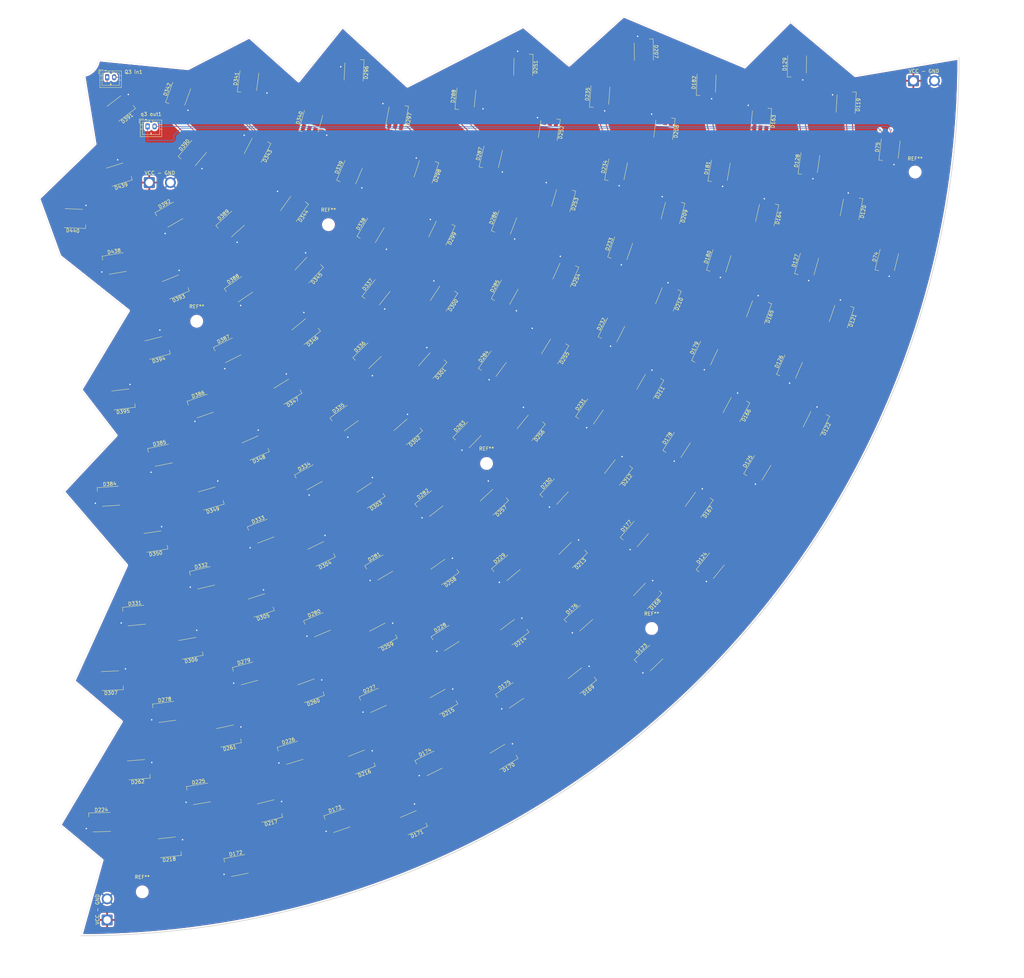
<source format=kicad_pcb>
(kicad_pcb (version 20240108) (generator "pcbnew") (generator_version "8.0")
  (layers (0 "F.Cu" signal) (31 "B.Cu" signal) (34 "B.Paste" user) (35 "F.Paste" user) (36 "B.SilkS" user "B.Silkscreen") (37 "F.SilkS" user "F.Silkscreen") (38 "B.Mask" user) (39 "F.Mask" user) (44 "Edge.Cuts" user))
  (net 0 "")
  (net 1 "VCC")
  (net 2 "GND")
  (net 3 "Net-(D74-CO)")
  (net 4 "Net-(D74-DO)")
  (net 5 "Net-(D119-DO)")
  (net 6 "Net-(D119-CO)")
  (net 7 "Net-(D120-DO)")
  (net 8 "Net-(D120-CO)")
  (net 9 "Net-(D121-CO)")
  (net 10 "Net-(D121-DO)")
  (net 11 "Net-(D122-DO)")
  (net 12 "Net-(D122-CO)")
  (net 13 "Net-(D123-CO)")
  (net 14 "Net-(D123-DO)")
  (net 15 "Net-(D124-DO)")
  (net 16 "Net-(D124-CO)")
  (net 17 "Net-(D125-DO)")
  (net 18 "Net-(D125-CO)")
  (net 19 "Net-(D126-DO)")
  (net 20 "Net-(D126-CO)")
  (net 21 "Net-(D127-CO)")
  (net 22 "Net-(D127-DO)")
  (net 23 "Net-(D128-CO)")
  (net 24 "Net-(D128-DO)")
  (net 25 "Net-(D75-CO)")
  (net 26 "Net-(D75-DO)")
  (net 27 "Net-(D163-DO)")
  (net 28 "Net-(D163-CO)")
  (net 29 "Net-(D164-CO)")
  (net 30 "Net-(D164-DO)")
  (net 31 "Net-(D165-DO)")
  (net 32 "Net-(D165-CO)")
  (net 33 "Net-(D166-CO)")
  (net 34 "Net-(D166-DO)")
  (net 35 "Net-(D167-CO)")
  (net 36 "Net-(D167-DO)")
  (net 37 "Net-(D168-DO)")
  (net 38 "Net-(D168-CO)")
  (net 39 "Net-(D169-CO)")
  (net 40 "Net-(D169-DO)")
  (net 41 "Net-(D170-CO)")
  (net 42 "Net-(D170-DO)")
  (net 43 "Net-(D172-DO)")
  (net 44 "Net-(D172-CO)")
  (net 45 "Net-(D173-CO)")
  (net 46 "Net-(D173-DO)")
  (net 47 "Net-(D174-DO)")
  (net 48 "Net-(D174-CO)")
  (net 49 "Net-(D175-DO)")
  (net 50 "Net-(D175-CO)")
  (net 51 "Net-(D176-DO)")
  (net 52 "Net-(D176-CO)")
  (net 53 "Net-(D177-DO)")
  (net 54 "Net-(D177-CO)")
  (net 55 "Net-(D178-DO)")
  (net 56 "Net-(D178-CO)")
  (net 57 "Net-(D179-DO)")
  (net 58 "Net-(D179-CO)")
  (net 59 "Net-(D180-CO)")
  (net 60 "Net-(D180-DO)")
  (net 61 "Net-(D181-DO)")
  (net 62 "Net-(D181-CO)")
  (net 63 "Net-(D119-CI)")
  (net 64 "Net-(D119-DI)")
  (net 65 "Net-(D207-CO)")
  (net 66 "Net-(D207-DO)")
  (net 67 "Net-(D208-CO)")
  (net 68 "Net-(D208-DO)")
  (net 69 "Net-(D209-DO)")
  (net 70 "Net-(D209-CO)")
  (net 71 "Net-(D210-CO)")
  (net 72 "Net-(D210-DO)")
  (net 73 "Net-(D211-CO)")
  (net 74 "Net-(D211-DO)")
  (net 75 "Net-(D212-DO)")
  (net 76 "Net-(D212-CO)")
  (net 77 "Net-(D213-DO)")
  (net 78 "Net-(D213-CO)")
  (net 79 "Net-(D214-DO)")
  (net 80 "Net-(D214-CO)")
  (net 81 "Net-(D215-CO)")
  (net 82 "Net-(D215-DO)")
  (net 83 "Net-(D216-DO)")
  (net 84 "Net-(D216-CO)")
  (net 85 "Net-(D217-CO)")
  (net 86 "Net-(D217-DO)")
  (net 87 "Net-(D123-CI)")
  (net 88 "Net-(D123-DI)")
  (net 89 "Net-(D224-CO)")
  (net 90 "Net-(D224-DO)")
  (net 91 "Net-(D225-DO)")
  (net 92 "Net-(D225-CO)")
  (net 93 "Net-(D226-CO)")
  (net 94 "Net-(D226-DO)")
  (net 95 "Net-(D227-DO)")
  (net 96 "Net-(D227-CO)")
  (net 97 "Net-(D228-CO)")
  (net 98 "Net-(D228-DO)")
  (net 99 "Net-(D229-DO)")
  (net 100 "Net-(D229-CO)")
  (net 101 "Net-(D230-DO)")
  (net 102 "Net-(D230-CO)")
  (net 103 "Net-(D231-CO)")
  (net 104 "Net-(D231-DO)")
  (net 105 "Net-(D232-DO)")
  (net 106 "Net-(D232-CO)")
  (net 107 "Net-(D233-CO)")
  (net 108 "Net-(D233-DO)")
  (net 109 "Net-(D234-DO)")
  (net 110 "Net-(D234-CO)")
  (net 111 "Net-(D251-DO)")
  (net 112 "Net-(D251-CO)")
  (net 113 "Net-(D252-DO)")
  (net 114 "Net-(D252-CO)")
  (net 115 "Net-(D253-CO)")
  (net 116 "Net-(D253-DO)")
  (net 117 "Net-(D254-DO)")
  (net 118 "Net-(D254-CO)")
  (net 119 "Net-(D255-DO)")
  (net 120 "Net-(D255-CO)")
  (net 121 "Net-(D256-CO)")
  (net 122 "Net-(D256-DO)")
  (net 123 "Net-(D257-CO)")
  (net 124 "Net-(D384-DO)")
  (net 125 "Net-(D257-DO)")
  (net 126 "Net-(D384-CO)")
  (net 127 "Net-(D258-CO)")
  (net 128 "Net-(D258-DO)")
  (net 129 "Net-(D259-DO)")
  (net 130 "Net-(D259-CO)")
  (net 131 "Net-(D260-DO)")
  (net 132 "Net-(D260-CO)")
  (net 133 "Net-(D261-CO)")
  (net 134 "Net-(D261-DO)")
  (net 135 "Net-(D163-CI)")
  (net 136 "Net-(D163-DI)")
  (net 137 "Net-(D278-CO)")
  (net 138 "Net-(D278-DO)")
  (net 139 "Net-(D279-DO)")
  (net 140 "Net-(D279-CO)")
  (net 141 "Net-(D280-CO)")
  (net 142 "Net-(D280-DO)")
  (net 143 "Net-(D281-DO)")
  (net 144 "Net-(D281-CO)")
  (net 145 "Net-(D282-DO)")
  (net 146 "Net-(D282-CO)")
  (net 147 "Net-(D283-CO)")
  (net 148 "Net-(D283-DO)")
  (net 149 "Net-(D284-CO)")
  (net 150 "Net-(D284-DO)")
  (net 151 "Net-(D285-CO)")
  (net 152 "Net-(D285-DO)")
  (net 153 "Net-(D286-CO)")
  (net 154 "Net-(D286-DO)")
  (net 155 "Net-(D287-CO)")
  (net 156 "Net-(D287-DO)")
  (net 157 "Net-(D172-CI)")
  (net 158 "Net-(D172-DI)")
  (net 159 "Net-(D296-DO)")
  (net 160 "Net-(D296-CO)")
  (net 161 "Net-(D297-CO)")
  (net 162 "Net-(D297-DO)")
  (net 163 "Net-(D298-CO)")
  (net 164 "Net-(D298-DO)")
  (net 165 "Net-(D299-DO)")
  (net 166 "Net-(D299-CO)")
  (net 167 "Net-(D300-DO)")
  (net 168 "Net-(D300-CO)")
  (net 169 "Net-(D301-DO)")
  (net 170 "Net-(D301-CO)")
  (net 171 "Net-(D302-CO)")
  (net 172 "Net-(D302-DO)")
  (net 173 "Net-(D303-DO)")
  (net 174 "Net-(D303-CO)")
  (net 175 "Net-(D304-DO)")
  (net 176 "Net-(D304-CO)")
  (net 177 "Net-(D305-CO)")
  (net 178 "Net-(D305-DO)")
  (net 179 "Net-(D306-CO)")
  (net 180 "Net-(D306-DO)")
  (net 181 "Net-(D331-DO)")
  (net 182 "Net-(D331-CO)")
  (net 183 "Net-(D332-CO)")
  (net 184 "Net-(D332-DO)")
  (net 185 "Net-(D333-CO)")
  (net 186 "Net-(D333-DO)")
  (net 187 "Net-(D334-DO)")
  (net 188 "Net-(D334-CO)")
  (net 189 "Net-(D335-DO)")
  (net 190 "Net-(D335-CO)")
  (net 191 "Net-(D336-DO)")
  (net 192 "Net-(D336-CO)")
  (net 193 "Net-(D337-CO)")
  (net 194 "Net-(D337-DO)")
  (net 195 "Net-(D338-CO)")
  (net 196 "Net-(D338-DO)")
  (net 197 "Net-(D339-CO)")
  (net 198 "Net-(D339-DO)")
  (net 199 "Net-(D340-DO)")
  (net 200 "Net-(D340-CO)")
  (net 201 "Net-(D342-DO)")
  (net 202 "Net-(D342-CO)")
  (net 203 "Net-(D343-DO)")
  (net 204 "Net-(D343-CO)")
  (net 205 "Net-(D344-CO)")
  (net 206 "Net-(D344-DO)")
  (net 207 "Net-(D345-CO)")
  (net 208 "Net-(D345-DO)")
  (net 209 "Net-(D346-DO)")
  (net 210 "Net-(D346-CO)")
  (net 211 "Net-(D347-CO)")
  (net 212 "Net-(D347-DO)")
  (net 213 "Net-(D348-DO)")
  (net 214 "Net-(D348-CO)")
  (net 215 "Net-(D349-DO)")
  (net 216 "Net-(D349-CO)")
  (net 217 "Net-(D207-DI)")
  (net 218 "Net-(D207-CI)")
  (net 219 "Net-(D385-DO)")
  (net 220 "Net-(D385-CO)")
  (net 221 "Net-(D386-DO)")
  (net 222 "Net-(D386-CO)")
  (net 223 "Net-(D387-CO)")
  (net 224 "Net-(D387-DO)")
  (net 225 "Net-(D388-DO)")
  (net 226 "Net-(D388-CO)")
  (net 227 "Net-(D389-DO)")
  (net 228 "Net-(D389-CO)")
  (net 229 "Net-(D224-CI)")
  (net 230 "Net-(D224-DI)")
  (net 231 "Net-(D391-DO)")
  (net 232 "Net-(D391-CO)")
  (net 233 "Net-(D392-DO)")
  (net 234 "Net-(D392-CO)")
  (net 235 "Net-(D393-CO)")
  (net 236 "Net-(D393-DO)")
  (net 237 "Net-(D394-CO)")
  (net 238 "Net-(D394-DO)")
  (net 239 "Net-(D251-DI)")
  (net 240 "Net-(D251-CI)")
  (net 241 "Net-(D439-CO)")
  (net 242 "Net-(D439-DO)")
  (net 243 "Net-(D278-DI)")
  (net 244 "Net-(D278-CI)")
  (net 245 "Net-(D296-CI)")
  (net 246 "Net-(D296-DI)")
  (net 247 "Net-(D391-CI)")
  (net 248 "Net-(D391-DI)")
  (net 249 "Net-(D331-DI)")
  (net 250 "Net-(D331-CI)")
  (net 251 "Net-(D342-CI)")
  (net 252 "Net-(D342-DI)")
  (net 253 "Net-(D384-DI)")
  (net 254 "Net-(D384-CI)")
  (net 255 "Net-(D392-DI)")
  (net 256 "Net-(D392-CI)")
  (net 257 "Net-(D438-CI)")
  (net 258 "Net-(D438-DI)")
  (footprint "LED_SMD:LED_RGB_5050-6" (layer "F.Cu") (at 403.177046 446.41464 -144.828)
    (property "Reference" "D258")
    (property "Value" "APA102")
  )
  (footprint "LED_SMD:LED_RGB_5050-6" (layer "F.Cu") (at 416.833921 328.152883 76.452)
    (property "Reference" "D287")
    (property "Value" "APA102")
  )
  (footprint "LED_SMD:LED_RGB_5050-6" (layer "F.Cu") (at 365.624693 317.997211 74.664)
    (property "Reference" "D340")
    (property "Value" "APA102")
  )
  (footprint "LED_SMD:LED_RGB_5050-6" (layer "F.Cu") (at 341.640698 493.117974 -167.832)
    (property "Reference" "D261")
    (property "Value" "APA102")
  )
  (footprint "LED_SMD:LED_RGB_5050-6" (layer "F.Cu") (at 457.941582 435.58284 49.356)
    (property "Reference" "D177")
    (property "Value" "APA102")
  )
  (footprint "LED_SMD:LED_RGB_5050-6" (layer "F.Cu") (at 373.463419 517.238062 18.684)
    (property "Reference" "D173")
    (property "Value" "APA102")
  )
  (footprint "LED_SMD:LED_RGB_5050-6" (layer "F.Cu") (at 437.840309 361.820701 -114.156)
    (property "Reference" "D254")
    (property "Value" "APA102")
  )
  (footprint "LED_SMD:LED_RGB_5050-6" (layer "F.Cu") (at 375.409642 402.567713 36.324)
    (property "Reference" "D335")
    (property "Value" "APA102")
  )
  (footprint "LED_SMD:LED_RGB_5050-6" (layer "F.Cu") (at 417.48352 387.098349 53.448)
    (property "Reference" "D284")
    (property "Value" "APA102")
  )
  (footprint "LED_SMD:LED_RGB_5050-6" (layer "F.Cu") (at 475.720635 427.275324 -125.916)
    (property "Reference" "D167")
    (property "Value" "APA102")
  )
  (footprint "LED_SMD:LED_RGB_5050-6" (layer "F.Cu") (at 315.953215 502.704822 -175.5)
    (property "Reference" "D262")
    (property "Value" "APA102")
  )
  (footprint "LED_SMD:LED_RGB_5050-6" (layer "F.Cu") (at 433.280034 320.68048 -98.82)
    (property "Reference" "D252")
    (property "Value" "APA102")
  )
  (footprint "LED_SMD:LED_RGB_5050-6" (layer "F.Cu") (at 321.317654 382.595748 -165.528)
    (property "Reference" "D394")
    (property "Value" "APA102")
  )
  (footprint "LED_SMD:LED_RGB_5050-6" (layer "F.Cu") (at 334.530997 399.159518 19.2)
    (property "Reference" "D386")
    (property "Value" "APA102")
  )
  (footprint "LED_SMD:LED_RGB_5050-6" (layer "F.Cu") (at 492.861675 416.745981 58.812)
    (property "Reference" "D125")
    (property "Value" "APA102")
  )
  (footprint "LED_SMD:LED_RGB_5050-6" (layer "F.Cu") (at 506.755969 358.708765 74.148)
    (property "Reference" "D127")
    (property "Value" "APA102")
  )
  (footprint "LED_SMD:LED_RGB_5050-6" (layer "F.Cu") (at 434.712523 383.603444 -121.824)
    (property "Reference" "D255")
    (property "Value" "APA102")
  )
  (footprint "LED_SMD:LED_RGB_5050-6" (layer "F.Cu") (at 503.864854 301.836035 89.484)
    (property "Reference" "D129")
    (property "Value" "APA102")
  )
  (footprint "LED_SMD:LED_RGB_5050-6" (layer "F.Cu") (at 493.648798 317.773375 -95.244)
    (property "Reference" "D163")
    (property "Value" "APA102")
  )
  (footprint "LED_SMD:LED_RGB_5050-6" (layer "F.Cu") (at 349.297755 411.100095 -156.072)
    (property "Reference" "D348")
    (property "Value" "APA102")
  )
  (footprint "LED_SMD:LED_RGB_5050-6" (layer "F.Cu") (at 347.686776 306.420386 82.332)
    (property "Reference" "D341")
    (property "Value" "APA102")
  )
  (footprint "LED_SMD:LED_RGB_5050-6" (layer "F.Cu") (at 308.431769 424.837515 3.864)
    (property "Reference" "D384")
    (property "Value" "APA102")
  )
  (footprint "LED_SMD:LED_RGB_5050-6" (layer "F.Cu") (at 358.478852 395.070888 -148.404)
    (property "Reference" "D347")
    (property "Value" "APA102")
  )
  (footprint "LED_SMD:LED_RGB_5050-6" (layer "F.Cu") (at 351.702594 434.774225 20.988)
    (property "Reference" "D333")
    (property "Value" "APA102")
  )
  (footprint "LED_SMD:LED_RGB_5050-6" (layer "F.Cu") (at 466.083701 320.486677 -97.032)
    (property "Reference" "D208")
    (property "Value" "APA102")
  )
  (footprint "LED_SMD:LED_RGB_5050-6" (layer "F.Cu") (at 382.7711 349.091189 59.328)
    (property "Reference" "D338")
    (property "Value" "APA102")
  )
  (footprint "MountingHole:MountingHole_3.2mm_M3_DIN965" (layer "F.Cu") (at 537.5 332.5)
    (property "Reference" "REF**")
    (property "Value" "MountingHole_3.2mm_M3_DIN965")
  )
  (footprint "LED_SMD:LED_RGB_5050-6" (layer "F.Cu") (at 399.556975 426.914966 38.112)
    (property "Reference" "D282")
    (property "Value" "APA102")
  )
  (footprint "LED_SMD:LED_RGB_5050-6" (layer "F.Cu") (at 402.873094 483.377688 -150.708)
    (property "Reference" "D215")
    (property "Value" "APA102")
  )
  (footprint "LED_SMD:LED_RGB_5050-6" (layer "F.Cu") (at 410.338242 407.374215 45.78)
    (property "Reference" "D283")
    (property "Value" "APA102")
  )
  (footprint "LED_SMD:LED_RGB_5050-6" (layer "F.Cu") (at 297.882312 345.71942 177.348)
    (property "Reference" "D440")
    (property "Value" "APA102")
  )
  (footprint "LED_SMD:LED_RGB_5050-6" (layer "F.Cu") (at 452.729668 418.059935 -127.704)
    (property "Reference" "D212")
    (property "Value" "APA102")
  )
  (footprint "LED_SMD:LED_RGB_5050-6" (layer "F.Cu") (at 419.987024 499.061834 -148.92)
    (property "Reference" "D170")
    (property "Value" "APA102")
  )
  (footprint "LED_SMD:LED_RGB_5050-6" (layer "F.Cu") (at 404.169041 465.212925 32.232)
    (property "Reference" "D228")
    (property "Value" "APA102")
  )
  (footprint "LED_SMD:LED_RGB_5050-6" (layer "F.Cu") (at 324.321671 486.248372 7.44)
    (property "Reference" "D278")
    (property "Value" "APA102")
  )
  (footprint "LED_SMD:LED_RGB_5050-6" (layer "F.Cu") (at 399.810235 387.623723 -131.28)
    (property "Reference" "D301")
    (property "Value" "APA102")
  )
  (footprint "Connector_Wire:SolderWire-1.5sqmm_1x02_P6mm_D1.7mm_OD3mm" (layer "F.Cu") (at 537 306.5)
    (property "Reference" "VCC - GND")
    (property "Value" "SolderWire-1.5sqmm_1x02_P6mm_D1.7mm_OD3mm")
  )
  (footprint "LED_SMD:LED_RGB_5050-6" (layer "F.Cu") (at 478.046857 307.16355 87.696)
    (property "Reference" "D182")
    (property "Value" "APA102")
  )
  (footprint "LED_SMD:LED_RGB_5050-6" (layer "F.Cu") (at 516.415423 373.640101 -108.792)
    (property "Reference" "D121")
    (property "Value" "APA102")
  )
  (footprint "LED_SMD:LED_RGB_5050-6" (layer "F.Cu") (at 332.113474 327.068889 49.872)
    (property "Reference" "D390")
    (property "Value" "APA102")
  )
  (footprint "LED_SMD:LED_RGB_5050-6" (layer "F.Cu") (at 389.972481 316.850894 -100.608)
    (property "Reference" "D297")
    (property "Value" "APA102")
  )
  (footprint "LED_SMD:LED_RGB_5050-6" (layer "F.Cu") (at 409.545521 311.281782 84.12)
    (property "Reference" "D288")
    (property "Value" "APA102")
  )
  (footprint "LED_SMD:LED_RGB_5050-6" (layer "F.Cu") (at 492.876842 372.42081 -110.58)
    (property "Reference" "D165")
    (property "Value" "APA102")
  )
  (footprint "LED_SMD:LED_RGB_5050-6" (layer "F.Cu") (at 336.602256 425.495118 -163.74)
    (property "Reference" "D349")
    (property "Value" "APA102")
  )
  (footprint "LED_SMD:LED_RGB_5050-6" (layer "F.Cu") (at 385.291021 445.119576 30.444)
    (property "Reference" "D281")
    (property "Value" "APA102")
  )
  (footprint "LED_SMD:LED_RGB_5050-6" (layer "F.Cu") (at 311.065215 314.432983 -142.524)
    (property "Reference" "D391")
    (property "Value" "APA102")
  )
  (footprint "LED_SMD:LED_RGB_5050-6" (layer "F.Cu") (at 394.310954 517.814585 -156.588)
    (property "Reference" "D171")
    (property "Value" "APA102")
  )
  (footprint "LED_SMD:LED_RGB_5050-6" (layer "F.Cu") (at 353.299912 514.475801 -166.044)
    (property "Reference" "D217")
    (property "Value" "APA102")
  )
  (footprint "LED_SMD:LED_RGB_5050-6" (layer "F.Cu") (at 486.372789 400.133328 -118.248)
    (property "Reference" "D166")
    (property "Value" "APA102")
  )
  (footprint "LED_SMD:LED_RGB_5050-6" (layer "F.Cu") (at 379.48762 500.517376 -158.376)
    (property "Reference" "D216")
    (property "Value" "APA102")
  )
  (footprint "LED_SMD:LED_RGB_5050-6" (layer "F.Cu") (at 451.303611 377.412641 62.904)
    (property "Reference" "D232")
    (property "Value" "APA102")
  )
  (footprint "LED_SMD:LED_RGB_5050-6" (layer "F.Cu") (at 334.053102 509.601136 9.228)
    (property "Reference" "D225")
    (property "Value" "APA102")
  )
  (footprint "MountingHole:MountingHole_3.2mm_M3" (layer "F.Cu") (at 317.5 537.5)
    (property "Reference" "REF**")
    (property "Value" "MountingHole_3.2mm_M3")
  )
  (footprint "LED_SMD:LED_RGB_5050-6" (layer "F.Cu") (at 453.722431 354.218667 70.572)
    (property "Reference" "D233")
    (property "Value" "APA102")
  )
  (footprint "LED_SMD:LED_RGB_5050-6" (layer "F.Cu") (at 452.471168 331.741812 78.24)
    (property "Reference" "D234")
    (property "Value" "APA102")
  )
  (footprint "LED_SMD:LED_RGB_5050-6" (layer "F.Cu") (at 350.814159 455.94525 -161.952)
    (property "Reference" "D305")
    (property "Value" "APA102")
  )
  (footprint "LED_SMD:LED_RGB_5050-6" (layer "F.Cu") (at 423.066961 463.552814 -143.04)
    (property "Reference" "D214")
    (property "Value" "APA102")
  )
  (footprint "LED_SMD:LED_RGB_5050-6" (layer "F.Cu") (at 479.513462 444.621632 51.144)
    (property "Reference" "D124")
    (property "Value" "APA102")
  )
  (footprint "LED_SMD:LED_RGB_5050-6" (layer "F.Cu") (at 460.984999 453.218242 -133.584)
    (property "Reference" "D168")
    (property "Value" "APA102")
  )
  (footprint "LED_SMD:LED_RGB_5050-6" (layer "F.Cu") (at 320.810779 437.734931 -171.408)
    (property "Reference" "D350")
    (property "Value" "APA102")
  )
  (footprint "LED_SMD:LED_RGB_5050-6" (layer "F.Cu") (at 447.743131 310.569624 85.908)
    (property "Reference" "D235")
    (property "Value" "APA102")
  )
  (footprint "LED_SMD:LED_RGB_5050-6" (layer "F.Cu") (at 467.056581 368.746626 -112.368)
    (property "Reference" "D210")
    (property "Value" "APA102")
  )
  (footprint "LED_SMD:LED_RGB_5050-6" (layer "F.Cu") (at 367.774739 461.418972 22.776)
    (property "Reference" "D280")
    (property "Value" "APA102")
  )
  (footprint "LED_SMD:LED_RGB_5050-6" (layer "F.Cu") (at 327.896083 310.188646 69.936)
    (property "Reference" "D342")
    (property "Value" "APA102")
  )
  (footprint "LED_SMD:LED_RGB_5050-6" (layer "F.Cu") (at 385.650604 464.505239 -152.496)
    (property "Reference" "D259")
    (property "Value" "APA102")
  )
  (footprint "LED_SMD:LED_RGB_5050-6" (layer "F.Cu") (at 325.570217 344.633664 29.808)
    (property "Reference" "D392")
    (property "Value" "APA102")
  )
  (footprint "Connector_JST:JST_PH_B2B-PH-K_1x02_P2.00mm_Vertical" (layer "F.Cu") (at 319 319.5)
    (property "Reference" "q3 out1")
    (property "Value" "Conn_01x02_Pin")
  )
  (footprint "LED_SMD:LED_RGB_5050-6" (layer "F.Cu") (at 365.26459 419.425848 28.656)
    (property "Reference" "D334")
    (property "Value" "APA102")
  )
  (footprint "LED_SMD:LED_RGB_5050-6" (layer "F.Cu") (at 326.545339 365.242585 -157.86)
    (property "Reference" "D393")
    (property "Value" "APA102")
  )
  (footprint "LED_SMD:LED_RGB_5050-6" (layer "F.Cu") (at 437.312371 340.642497 -106.488)
    (property "Reference" "D253")
    (property "Value" "APA102")
  )
  (footprint "LED_SMD:LED_RGB_5050-6" (layer "F.Cu") (at 363.740366 377.975417 -140.736)
    (property "Reference" "D346")
    (property "Value" "APA102")
  )
  (footprint "LED_SMD:LED_RGB_5050-6" (layer "F.Cu") (at 495.261841 344.763974 -102.912)
    (property "Reference" "D164")
    (property "Value" "APA102")
  )
  (footprint "LED_SMD:LED_RGB_5050-6" (layer "F.Cu") (at 517.84151 313.155849 -93.456)
    (property "Reference" "D119")
    (property "Value" "APA102")
  )
  (footprint "LED_SMD:LED_RGB_5050-6" (layer "F.Cu") (at 509.138561 404.090402 -116.46)
    (property "Reference" "D122")
    (property "Value" "APA102")
  )
  (footprint "LED_SMD:LED_RGB_5050-6" (layer "F.Cu") (at 324.772283 524.816222 -173.712)
    (property "Reference" "D218")
    (property "Value" "APA102")
  )
  (footprint "LED_SMD:LED_RGB_5050-6" (layer "F.Cu") (at 529.564132 357.509208 75.936)
    (property "Reference" "D74")
    (property "Value" "APA102")
  )
  (footprint "LED_SMD:LED_RGB_5050-6" (layer "F.Cu") (at 308.401893 477.37223 -177.288)
    (property "Reference" "D307")
    (property "Value" "APA102")
  )
  (footprint "LED_SMD:LED_RGB_5050-6" (layer "F.Cu") (at 425.974532 302.533209 -91.152)
    (property "Reference" "D251")
    (property "Value" "APA102")
  )
  (footprint "LED_SMD:LED_RGB_5050-6" (layer "F.Cu") (at 330.79702 468.130287 -169.62)
    (property "Reference" "D306")
    (property "Value" "APA102")
  )
  (footprint "LED_SMD:LED_RGB_5050-6" (layer "F.Cu") (at 342.905429 347.311458 42.204)
    (property "Reference" "D389")
    (property "Value" "APA102")
  )
  (footprint "LED_SMD:LED_RGB_5050-6" (layer "F.Cu") (at 344.774038 529.999533 11.016)
    (property "Reference" "D172")
    (property "Value" "APA102")
  )
  (footprint "LED_SMD:LED_RGB_5050-6" (layer "F.Cu") (at 310.420923 333.228818 -162.588)
    (property "Reference" "D439")
    (property "Value" "APA102")
  )
  (footprint "LED_SMD:LED_RGB_5050-6" (layer "F.Cu") (at 481.773159 357.801545 72.36)
    (property "Reference" "D180")
    (property "Value" "APA102")
  )
  (footprint "LED_SMD:LED_RGB_5050-6" (layer "F.Cu") (at 403.095614 368.52769 -123.612)
    (property "Reference" "D300")
    (property "Value" "APA102")
  )
  (footprint "MountingHole:MountingHole_3.2mm_M3" (layer "F.Cu") (at 462.5 462.5)
    (property "Reference" "REF**")
    (property "Value" "MountingHole_3.2mm_M3")
  )
  (footprint "LED_SMD:LED_RGB_5050-6" (layer "F.Cu") (at 469.890954 410.227327 57.024)
    (property "Reference" "D178")
    (property "Value" "APA102")
  )
  (footprint "LED_SMD:LED_RGB_5050-6" (layer "F.Cu") (at 530.27254 325.812925 83.604)
    (property "Reference" "D75")
    (property "Value" "APA102")
  )
  (footprint "LED_SMD:LED_RGB_5050-6" (layer "F.Cu") (at 350.049213 326.312092 -117.732)
    (property "Reference" "D343")
    (property "Value" "APA102")
  )
  (footprint "LED_SMD:LED_RGB_5050-6" (layer "F.Cu") (at 462.029359 470.886619 43.476)
    (property "Reference" "D123")
    (property "Value" "APA102")
  )
  (footprint "LED_SMD:LED_RGB_5050-6" (layer "F.Cu") (at 315.71702 458.810343 5.652)
    (property "Reference" "D331")
    (property "Value" "APA102")
  )
  (footprint "Connector_Wire:SolderWire-1.5sqmm_1x02_P6mm_D1.7mm_OD3mm" (layer "F.Cu") (at 307.5 545.5 90)
    (property "Reference" "VCC - GND")
    (property "Value" "SolderWire-1.5sqmm_1x02_P6mm_D1.7mm_OD3mm")
  )
  (footprint "Connector_JST:JST_PH_B2B-PH-K_1x02_P2.00mm_Vertical" (layer "F.Cu") (at 307.5 305.5)
    (property "Reference" "Q3 in1")
    (property "Value" "Conn_01x02_Pin")
  )
  (footprint "LED_SMD:LED_RGB_5050-6" (layer "F.Cu") (at 460.265669 298.22093 -89.364)
    (property "Reference" "D207")
    (property "Value" "APA102")
  )
  (footprint "LED_SMD:LED_RGB_5050-6" (layer "F.Cu") (at 382.115119 424.609819 -146.616)
    (property "Reference" "D303")
    (property "Value" "APA102")
  )
  (footprint "LED_SMD:LED_RGB_5050-6" (layer "F.Cu") (at 402.564546 349.900039 -115.944)
    (property "Reference" "D299")
    (property "Value" "APA102")
  )
  (footprint "LED_SMD:LED_RGB_5050-6" (layer "F.Cu") (at 335.055929 448.066139 13.32)
    (property "Reference" "D332")
    (property "Value" "APA102")
  )
  (footprint "LED_SMD:LED_RGB_5050-6" (layer "F.Cu") (at 305.927503 517.651934 1.56)
    (property "Reference" "D224")
    (property "Value" "APA102")
  )
  (footprint "LED_SMD:LED_RGB_5050-6" (layer "F.Cu") (at 507.341059 329.819202 81.816)
    (property "Reference" "D128")
    (property "Value" "APA102")
  )
  (footprint "LED_SMD:LED_RGB_5050-6" (layer "F.Cu") (at 421.420925 445.217797 39.9)
    (property "Reference" "D229")
    (property "Value" "APA102")
  )
  (footprint "LED_SMD:LED_RGB_5050-6" (layer "F.Cu") (at 442.323976 477.34468 -141.252)
    (property "Reference" "D169")
    (property "Value" "APA102")
  )
  (footprint "LED_SMD:LED_RGB_5050-6" (layer "F.Cu") (at 368.036519 441.268475 -154.284)
    (property "Reference" "D304")
    (property "Value" "APA102")
  )
  (footprint "LED_SMD:LED_RGB_5050-6" (layer "F.Cu") (at 461.842248 393.575299 -120.036)
    (property "Reference" "D211")
    (property "Value" "APA102")
  )
  (footprint "LED_SMD:LED_RGB_5050-6" (layer "F.Cu") (at 399.52721 500.918725 26.352)
    (property "Reference" "D174")
    (property "Value" "APA102")
  )
  (footprint "LED_SMD:LED_RGB_5050-6" (layer "F.Cu") (at 398.196536 332.429774 -108.276)
    (property "Reference" "D298")
    (property "Value" "APA102")
  )
  (footprint "LED_SMD:LED_RGB_5050-6" (layer "F.Cu") (at 477.837062 384.093575 64.692)
    (property "Reference" "D179")
    (property "Value" "APA102")
  )
  (footprint "LED_SMD:LED_RGB_5050-6" (layer "F.Cu") (at 501.951682 387.894925 66.48)
    (property "Reference" "D126")
    (property "Value" "APA102")
  )
  (footprint "LED_SMD:LED_RGB_5050-6" (layer "F.Cu") (at 420.67875 346.846976 68.784)
    (property "Reference" "D286")
    (property "Value" "APA102")
  )
  (footprint "LED_SMD:LED_RGB_5050-6" (layer "F.Cu") (at 311.602975 397.247729 -173.196)
    (property "Reference" "D395")
    (property "Value" "APA102")
  )
  (footprint "MountingHole:MountingHole_3.2mm_M3" (layer "F.Cu") (at 333 375)
    (property "Reference" "REF**")
    (property "Value" "MountingHole_3.2mm_M3")
  )
  (footprint "LED_SMD:LED_RGB_5050-6" (layer "F.Cu") (at 392.773621 406.528424 -138.948)
    (property "Reference" "D302")
    (property "Value" "APA102")
  )
  (footprint "LED_SMD:LED_RGB_5050-6" (layer "F.Cu") (at 347.322187 475.286509 15.108)
    (property "Reference" "D279")
    (property "Value" "APA102")
  )
  (footprint "LED_SMD:LED_RGB_5050-6" (layer "F.Cu") (at 468.42337 344.185044 -104.7)
    (property "Reference" "D209")
    (property "Value" "APA102")
  )
  (footprint "LED_SMD:LED_RGB_5050-6" (layer "F.Cu") (at 377.76759 303.993969 -92.94)
    (property "Reference" "D296")
    (property "Value" "APA102")
  )
  (footprint "LED_SMD:LED_RGB_5050-6" (layer "F.Cu") (at 360.520151 343.009432 -125.4)
    (property "Reference" "D344")
    (property "Value" "APA102")
  )
  (footprint "LED_SMD:LED_RGB_5050-6" (layer "F.Cu") (at 427.863034 405.37217 -129.492)
    (property "Reference" "D256")
    (property "Value" "APA102")
  )
  (footprint "LED_SMD:LED_RGB_5050-6" (layer "F.Cu") (at 417.314128 426.510455 -137.16)
    (property "Reference" "D257")
    (property "Value" "APA102")
  )
  (footprint "LED_SMD:LED_RGB_5050-6" (layer "F.Cu") (at 323.090205 413.168425 11.532)
    (property "Reference" "D385")
    (property "Value" "APA102")
  )
  (footprint "LED_SMD:LED_RGB_5050-6" (layer "F.Cu") (at 381.86213 384.794407 43.992)
    (property "Reference" "D336")
    (property "Value" "APA102")
  )
  (footprint "LED_SMD:LED_RGB_5050-6" (layer "F.Cu") (at 481.784716 331.961959 80.028)
    (property "Reference" "D181")
    (property "Value" "APA102")
  )
  (footprint "LED_SMD:LED_RGB_5050-6" (layer "F.Cu") (at 435.122825 423.522556 47.568)
    (property "Reference" "D230")
    (property "Value" "APA102")
  )
  (footprint "LED_SMD:LED_RGB_5050-6" (layer "F.Cu") (at 442.088659 459.544078 41.688)
    (property "Reference" "D176")
    (property "Value" "APA102")
  )
  (footprint "LED_SMD:LED_RGB_5050-6" (layer "F.Cu") (at 364.634548 360.416265 -133.068)
    (property "Reference" "D345")
    (property "Value" "APA102")
  )
  (footprint "LED_SMD:LED_RGB_5050-6" (layer "F.Cu") (at 420.925483 366.7104 61.116)
    (property "Reference" "D285")
    (property "Value" "APA102")
  )
  (footprint "LED_SMD:LED_RGB_5050-6" (layer "F.Cu") (at 376.713674 332.569343 66.996)
    (property "Reference" "D339")
    (property "Value" "APA102")
  )
  (footprint "LED_SMD:LED_RGB_5050-6" (layer "F.Cu") (at 365.017823 480.238543 -160.164)
    (property "Reference" "D260")
    (property "Value" "APA102")
  )
  (footprint "LED_SMD:LED_RGB_5050-6" (layer "F.Cu") (at 445.108924 400.718171 55.236)
    (property "Reference" "D231")
    (property "Value" "APA102")
  )
  (footprint "Connector_Wire:SolderWire-1.5sqmm_1x02_P6mm_D1.7mm_OD3mm" (layer "F.Cu") (at 319.5 335.5)
    (property "Reference" "VCC - GND")
    (property "Value" "SolderWire-1.5sqmm_1x02_P6mm_D1.7mm_OD3mm")
  )
  (footprint "MountingHole:MountingHole_3.2mm_M3" (layer "F.Cu") (at 415.5 415.5)
    (property "Reference" "REF**")
    (property "Value" "MountingHole_3.2mm_M3")
  )
  (footprint "LED_SMD:LED_RGB_5050-6" (layer "F.Cu") (at 519.28111 343.116639 -101.124)
    (property "Reference" "D120")
    (property "Value" "APA102")
  )
  (footprint "LED_SMD:LED_RGB_5050-6" (layer "F.Cu") (at 360.11096 497.898136 16.896)
    (property "Reference" "D226")
    (property "Value" "APA102")
  )
  (footprint "LED_SMD:LED_RGB_5050-6" (layer "F.Cu") (at 383.620391 482.946385 24.564)
    (property "Reference" "D227")
    (property "Value" "APA102")
  )
  (footprint "LED_SMD:LED_RGB_5050-6" (layer "F.Cu") (at 439.760172 441.586878 -135.372)
    (property "Reference" "D213")
    (property "Value" "APA102")
  )
  (footprint "MountingHole:MountingHole_3.2mm_M3" (layer "F.Cu") (at 370.5 347.5)
    (property "Reference" "REF**")
    (property "Value" "MountingHole_3.2mm_M3")
  )
  (footprint "LED_SMD:LED_RGB_5050-6" (layer "F.Cu") (at 310.052717 358.540096 9.744)
    (property "Reference" "D438")
    (property "Value" "APA102")
  )
  (footprint "LED_SMD:LED_RGB_5050-6" (layer "F.Cu") (at 342.17745 383.251502 26.868)
    (property "Reference" "D387")
    (property "Value" "APA102")
  )
  (footprint "LED_SMD:LED_RGB_5050-6" (layer "F.Cu") (at 422.52374 481.512211 34.02)
    (property "Reference" "D175")
    (property "Value" "APA102")
  )
  (footprint "LED_SMD:LED_RGB_5050-6" (layer "F.Cu") (at 345.334422 365.873288 34.536)
    (property "Reference" "D388")
    (property "Value" "APA102")
  )
  (footprint "LED_SMD:LED_RGB_5050-6" (layer "F.Cu") (at 384.389856 366.742806 51.66)
    (property "Reference" "D337")
    (property "Value" "APA102")
  )
  (gr_line (start 294 356.5) (end 288 340) (stroke (width 0.05)) (layer "Edge.Cuts"))
  (gr_line (start 294 518.5) (end 311.5 489) (stroke (width 0.05)) (layer "Edge.Cuts"))
  (gr_line (start 374.5 291) (end 362 306.5) (stroke (width 0.05)) (layer "Edge.Cuts"))
  (gr_line (start 502 289.5) (end 489 302.5) (stroke (width 0.05)) (layer "Edge.Cuts"))
  (gr_line (start 306 528.5) (end 294 518.5) (stroke (width 0.05)) (layer "Edge.Cuts"))
  (gr_line (start 288 340) (end 304 324.5) (stroke (width 0.05)) (layer "Edge.Cuts"))
  (gr_arc (start 304.999999 300.5) (mid 303.664163 303.43859) (end 300.816258 304.958197) (stroke (width 0.05)) (layer "Edge.Cuts"))
  (gr_line (start 330.5 303) (end 304.999999 300.5) (stroke (width 0.05)) (layer "Edge.Cuts"))
  (gr_line (start 520.5 305) (end 502 289.5) (stroke (width 0.05)) (layer "Edge.Cuts"))
  (gr_line (start 300 550) (end 306 528.5) (stroke (width 0.05)) (layer "Edge.Cuts"))
  (gr_line (start 426 291) (end 393 308) (stroke (width 0.05)) (layer "Edge.Cuts"))
  (gr_line (start 298 477.5) (end 313 444.5) (stroke (width 0.05)) (layer "Edge.Cuts"))
  (gr_line (start 300 394.5) (end 313.5 372) (stroke (width 0.05)) (layer "Edge.Cuts"))
  (gr_line (start 439 302) (end 454.5 288) (stroke (width 0.05)) (layer "Edge.Cuts"))
  (gr_line (start 348 294) (end 330.5 303) (stroke (width 0.05)) (layer "Edge.Cuts"))
  (gr_line (start 489 302.5) (end 454.5 288) (stroke (width 0.05)) (layer "Edge.Cuts"))
  (gr_arc (start 550 300) (mid 476.776695 476.776695) (end 300 550) (stroke (width 0.2)) (layer "Edge.Cuts"))
  (gr_line (start 304 324.5) (end 300.816258 304.958197) (stroke (width 0.05)) (layer "Edge.Cuts"))
  (gr_line (start 295 423.5) (end 310 407.5) (stroke (width 0.05)) (layer "Edge.Cuts"))
  (gr_line (start 393 308) (end 374.5 291) (stroke (width 0.05)) (layer "Edge.Cuts"))
  (gr_line (start 311.5 489) (end 298 477.5) (stroke (width 0.05)) (layer "Edge.Cuts"))
  (gr_line (start 362 306.5) (end 348 294) (stroke (width 0.05)) (layer "Edge.Cuts"))
  (gr_line (start 439 302) (end 426 291) (stroke (width 0.05)) (layer "Edge.Cuts"))
  (gr_line (start 550 300) (end 520.5 305) (stroke (width 0.05)) (layer "Edge.Cuts"))
  (gr_line (start 310 407.5) (end 300 394.5) (stroke (width 0.05)) (layer "Edge.Cuts"))
  (gr_line (start 313 444.5) (end 295 423.5) (stroke (width 0.05)) (layer "Edge.Cuts"))
  (gr_line (start 313.5 372) (end 294 356.5) (stroke (width 0.05)) (layer "Edge.Cuts"))
  (segment (start 344.321144 368.634315) (end 345.5 369.813171) (width 0.8) (layer "F.Cu") (net 2))
  (segment (start 400.116069 384.698579) (end 398.5 383.08251) (width 0.8) (layer "F.Cu") (net 2))
  (segment (start 349.661294 323.396701) (end 348.264593 322) (width 0.8) (layer "F.Cu") (net 2))
  (segment (start 332.823567 403.176433) (end 332.5 403.5) (width 0.8) (layer "F.Cu") (net 2))
  (segment (start 388.743348 314.17896) (end 387.17896 314.17896) (width 0.8) (layer "F.Cu") (net 2))
  (segment (start 453.646334 334.437918) (end 453.238709 336.395937) (width 0.8) (layer "F.Cu") (net 2))
  (segment (start 328.669544 313.074371) (end 330.5 314.904827) (width 0.8) (layer "F.Cu") (net 2))
  (segment (start 445.137012 403.659125) (end 443.996617 405.30214) (width 0.8) (layer "F.Cu") (net 2))
  (segment (start 322.929869 433.570131) (end 323 433.5) (width 0.8) (layer "F.Cu") (net 2))
  (segment (start 494.141118 342.044787) (end 494.588026 340.095359) (width 0.8) (layer "F.Cu") (net 2))
  (segment (start 440.273961 438.691014) (end 441.697326 437.286013) (width 0.8) (layer "F.Cu") (net 2))
  (segment (start 340.804821 385.852635) (end 341 386.047814) (width 0.8) (layer "F.Cu") (net 2))
  (segment (start 410.990708 313.843311) (end 413.843311 313.843311) (width 0.8) (layer "F.Cu") (net 2))
  (segment (start 328.127695 360.627695) (end 328 360.5) (width 0.8) (layer "F.Cu") (net 2))
  (segment (start 383.008978 352.022642) (end 385.486336 354.5) (width 0.8) (layer "F.Cu") (net 2))
  (segment (start 364.522616 375.140266) (end 363.5 374.11765) (width 0.8) (layer "F.Cu") (net 2))
  (segment (start 508.6821 332.43676) (end 508.397395 334.416392) (width 0.8) (layer "F.Cu") (net 2))
  (segment (start 342.269623 350.183) (end 344.5 352.413377) (width 0.8) (layer "F.Cu") (net 2))
  (segment (start 505.543172 304.251247) (end 505.525161 306.251165) (width 0.8) (layer "F.Cu") (net 2))
  (segment (start 418.384341 330.884341) (end 420 332.5) (width 0.8) (layer "F.Cu") (net 2))
  (segment (start 349.051337 309.025761) (end 352.025761 309.025761) (width 0.8) (layer "F.Cu") (net 2))
  (segment (start 479.331618 447.557094) (end 478.076888 449.114544) (width 0.8) (layer "F.Cu") (net 2))
  (segment (start 310.718768 475.560576) (end 311.155951 475.560576) (width 0.8) (layer "F.Cu") (net 2))
  (segment (start 397.334917 329.617726) (end 396.617726 329.617726) (width 0.8) (layer "F.Cu") (net 2))
  (segment (start 416 421.714014) (end 416 420.5) (width 0.8) (layer "F.Cu") (net 2))
  (segment (start 404.159614 443.642536) (end 405.794466 442.490471) (width 0.8) (layer "F.Cu") (net 2))
  (segment (start 386.994274 461.889031) (end 388.768231 460.96541) (width 0.8) (layer "F.Cu") (net 2))
  (segment (start 478.347939 386.989954) (end 477.492971 388.797999) (width 0.8) (layer "F.Cu") (net 2))
  (segment (start 352.569389 452.069389) (end 352 451.5) (width 0.8) (layer "F.Cu") (net 2))
  (segment (start 431.968131 318.048198) (end 431.048198 318.048198) (width 0.8) (layer "F.Cu") (net 2))
  (segment (start 430.865829 377) (end 428.5 377) (width 0.8) (layer "F.Cu") (net 2))
  (segment (start 360.52471 340.068347) (end 358.456363 338) (width 0.8) (layer "F.Cu") (net 2))
  (segment (start 363.5 374.11765) (end 363.5 372.5) (width 0.8) (layer "F.Cu") (net 2))
  (segment (start 452.852459 415.121411) (end 454.075623 413.53905) (width 0.8) (layer "F.Cu") (net 2))
  (segment (start 365.031502 357.502088) (end 364 356.470586) (width 0.8) (layer "F.Cu") (net 2))
  (segment (start 313.496113 460.738445) (end 311.505837 460.935417) (width 0.8) (layer "F.Cu") (net 2))
  (segment (start 324 347.634584) (end 324 350) (width 0.8) (layer "F.Cu") (net 2))
  (segment (start 371.734492 519.617308) (end 369.839893 520.258004) (width 0.8) (layer "F.Cu") (net 2))
  (segment (start 385.486336 354.5) (end 387 354.5) (width 0.8) (layer "F.Cu") (net 2))
  (segment (start 470.01079 413.165974) (end 468.922215 414.843771) (width 0.8) (layer "F.Cu") (net 2))
  (segment (start 342.743102 532.126808) (end 340.779955 532.508974) (width 0.8) (layer "F.Cu") (net 2))
  (segment (start 313.784668 393.215332) (end 314 393) (width 0.8) (layer "F.Cu") (net 2))
  (segment (start 350.5 408.2708) (end 350.5 406) (width 0.8) (layer "F.Cu") (net 2))
  (segment (start 421.485639 484.264001) (end 419.827955 485.382965) (width 0.8) (layer "F.Cu") (net 2))
  (segment (start 321.07851 415.313904) (end 321.07851 416.92149) (width 0.8) (layer "F.Cu") (net 2))
  (segment (start 404.134481 480.720828) (end 405.878756 479.742307) (width 0.8) (layer "F.Cu") (net 2))
  (segment (start 345.448228 477.553284) (end 343.517356 478.074562) (width 0.8) (layer "F.Cu") (net 2))
  (segment (start 318.212437 500.821761) (end 320.206271 500.664843) (width 0.8) (layer "F.Cu") (net 2))
  (segment (start 358.456363 338) (end 356 338) (width 0.8) (layer "F.Cu") (net 2))
  (segment (start 421.395004 349.699515) (end 421.635555 349.699515) (width 0.8) (layer "F.Cu") (net 2))
  (segment (start 322.162004 488.24483) (end 320.178842 488.503805) (width 0.8) (layer "F.Cu") (net 2))
  (segment (start 368.761365 320.761365) (end 370 322) (width 0.8) (layer "F.Cu") (net 2))
  (segment (start 515.579163 370.820408) (end 516.22343 368.92702) (width 0.8) (layer "F.Cu") (net 2))
  (segment (start 531.694599 328.387366) (end 531.4718 330.374917) (width 0.8) (layer "F.Cu") (net 2))
  (segment (start 402.085851 346.99817) (end 401.087681 346) (width 0.8) (layer "F.Cu") (net 2))
  (segment (start 461.408181 450.307758) (end 462.787015 448.85903) (width 0.8) (layer "F.Cu") (net 2))
  (segment (start 464.690306 317.896609) (end 464.396609 317.896609) (width 0.8) (layer "F.Cu") (net 2))
  (segment (start 338.430264 421.069736) (end 339 420.5) (width 0.8) (layer "F.Cu") (net 2))
  (segment (start 322.929869 435.695456) (end 322.929869 433.570131) (width 0.8) (layer "F.Cu") (net 2))
  (segment (start 443.131728 474.516688) (end 444.69154 473.264896) (width 0.8) (layer "F.Cu") (net 2))
  (segment (start 359.63241 392.365466) (end 358.5 391.233056) (width 0.8) (layer "F.Cu") (net 2))
  (segment (start 467.388033 341.385712) (end 465.5 339.497679) (width 0.8) (layer "F.Cu") (net 2))
  (segment (start 381.31623 387.684389) (end 383 389.368159) (width 0.8) (layer "F.Cu") (net 2))
  (segment (start 311.935545 311.623619) (end 313.522761 310.406761) (width 0.8) (layer "F.Cu") (net 2))
  (segment (start 345.5 369.813171) (end 345.5 370.5) (width 0.8) (layer "F.Cu") (net 2))
  (segment (start 400.920507 363.5) (end 400.5 363.5) (width 0.8) (layer "F.Cu") (net 2))
  (segment (start 384.083304 447.801259) (end 382.359055 448.81465) (width 0.8) (layer "F.Cu") (net 2))
  (segment (start 451.723867 380.323548) (end 450.812902 382.104037) (width 0.8) (layer "F.Cu") (net 2))
  (segment (start 307.975058 360.621764) (end 306.003911 360.960256) (width 0.8) (layer "F.Cu") (net 2))
  (segment (start 454.52734 357.047469) (end 453.862096 358.933589) (width 0.8) (layer "F.Cu") (net 2))
  (segment (start 378.897733 337) (end 380 337) (width 0.8) (layer "F.Cu") (net 2))
  (segment (start 449.26754 313.084815) (end 449.124824 315.079716) (width 0.8) (layer "F.Cu") (net 2))
  (segment (start 328.127695 362.763443) (end 328.127695 360.627695) (width 0.8) (layer "F.Cu") (net 2))
  (segment (start 311.155951 475.560576) (end 312.716527 474) (width 0.8) (layer "F.Cu") (net 2))
  (segment (start 457.668235 438.511198) (end 456.365521 440.02874) (width 0.8) (layer "F.Cu") (net 2))
  (segment (start 467.388033 341.432214) (end 467.388033 341.385712) (width 0.8) (layer "F.Cu") (net 2))
  (segment (start 374.483006 405.359011) (end 376 406.876005) (width 0.8) (layer "F.Cu") (net 2))
  (segment (start 387.17896 314.17896) (end 386 313) (width 0.8) (layer "F.Cu") (net 2))
  (segment (start 382.144303 485.490233) (end 380.325309 486.321651) (width 0.8) (layer "F.Cu") (net 2))
  (segment (start 352.569389 453.585342) (end 352.569389 452.069389) (width 0.8) (layer "F.Cu") (net 2))
  (segment (start 466.397821 365.880263) (end 467.158928 364.030746) (width 0.8) (layer "F.Cu") (net 2))
  (segment (start 344.5 352.413377) (end 344.5 352.5) (width 0.8) (layer "F.Cu") (net 2))
  (segment (start 332.823567 401.554238) (end 332.823567 403.176433) (width 0.8) (layer "F.Cu") (net 2))
  (segment (start 300.358402 344.132289) (end 300.358402 343.141598) (width 0.8) (layer "F.Cu") (net 2))
  (segment (start 421.164899 496.36691) (end 422.877793 495.334442) (width 0.8) (layer "F.Cu") (net 2))
  (segment (start 312.20224 330.70224) (end 310.5 329) (width 0.8) (layer "F.Cu") (net 2))
  (segment (start 518.07609 340.433744) (end 518.461955 338.471321) (width 0.8) (layer "F.Cu") (net 2))
  (segment (start 436.363431 337.858702) (end 434.858702 337.858702) (width 0.8) (layer "F.Cu") (net 2))
  (segment (start 482.665938 360.603856) (end 482.059868 362.509814) (width 0.8) (layer "F.Cu") (net 2))
  (segment (start 434.858702 337.858702) (end 432.5 335.5) (width 0.8) (layer "F.Cu") (net 2))
  (segment (start 365 423.094754) (end 365 424.5) (width 0.8) (layer "F.Cu") (net 2))
  (segment (start 475.751679 424.334402) (end 476.924876 422.714647) (width 0.8) (layer "F.Cu") (net 2))
  (segment (start 458.539135 295.839948) (end 458.516935 293.840072) (width 0.8) (layer "F.Cu") (net 2))
  (segment (start 350.070714 437.221053) (end 350.070714 437.63269) (width 0.8) (layer "F.Cu") (net 2))
  (segment (start 492.175268 315.228046) (end 491.728046 315.228046) (width 0.8) (layer "F.Cu") (net 2))
  (segment (start 300.358402 343.141598) (end 301.5 342) (width 0.8) (layer "F.Cu") (net 2))
  (segment (start 338.430264 423.191124) (end 338.430264 421.069736) (width 0.8) (layer "F.Cu") (net 2))
  (segment (start 409.88278 410.279822) (end 408.48795 411.713156) (width 0.8) (layer "F.Cu") (net 2))
  (segment (start 323.21666 378.21666) (end 322.5 377.5) (width 0.8) (layer "F.Cu") (net 2))
  (segment (start 376.192925 301.509934) (end 374.990066 301.509934) (width 0.8) (layer "F.Cu") (net 2))
  (segment (start 530.62996 360.250379) (end 530.143949 362.190428) (width 0.8) (layer "F.Cu") (net 2))
  (segment (start 395 514.463041) (end 395 512.5) (width 0.8) (layer "F.Cu") (net 2))
  (segment (start 366.629408 320.761365) (end 368.761365 320.761365) (width 0.8) (layer "F.Cu") (net 2))
  (segment (start 386.05467 371.5) (end 386.5 371.5) (width 0.8) (layer "F.Cu") (net 2))
  (segment (start 426 400.361458) (end 426 399.5) (width 0.8) (layer "F.Cu") (net 2))
  (segment (start 331.956781 511.664007) (end 329.982665 511.984734) (width 0.8) (layer "F.Cu") (net 2))
  (segment (start 303.574673 519.416641) (end 301.575415 519.471088) (width 0.8) (layer "F.Cu") (net 2))
  (segment (start 396.617726 329.617726) (end 395.5 328.5) (width 0.8) (layer "F.Cu") (net 2))
  (segment (start 464.396609 317.896609) (end 462.5 316) (width 0.8) (layer "F.Cu") (net 2))
  (segment (start 343.628454 490.950298) (end 345.583521 490.528741) (width 0.8) (layer "F.Cu") (net 2))
  (segment (start 333.112155 450.273342) (end 331.165958 450.73412) (width 0.8) (layer "F.Cu") (net 2))
  (segment (start 434.533629 380.6678) (end 430.865829 377) (width 0.8) (layer "F.Cu") (net 2))
  (segment (start 374.990066 301.509934) (end 374 302.5) (width 0.8) (layer "F.Cu") (net 2))
  (segment (start 358.308639 500.222279) (end 356.394972 500.803549) (width 0.8) (layer "F.Cu") (net 2))
  (segment (start 417.924393 330.884341) (end 418.384341 330.884341) (width 0.8) (layer "F.Cu") (net 2))
  (segment (start 383 421.68602) (end 383 419.5) (width 0.8) (layer "F.Cu") (net 2))
  (segment (start 493.073144 419.679457) (end 492.037449 421.390402) (width 0.8) (layer "F.Cu") (net 2))
  (segment (start 413.843311 313.843311) (end 414.5 314.5) (width 0.8) (layer "F.Cu") (net 2))
  (segment (start 358.5 391.233056) (end 358.5 390) (width 0.8) (layer "F.Cu") (net 2))
  (segment (start 398.131212 503.50739) (end 396.339045 504.395159) (width 0.8) (layer "F.Cu") (net 2))
  (segment (start 398.717882 429.733817) (end 397.144271 430.968218) (width 0.8) (layer "F.Cu") (net 2))
  (segment (start 312.20224 330.888538) (end 312.20224 330.70224) (width 0.8) (layer "F.Cu") (net 2))
  (segment (start 323.21666 380.349913) (end 323.21666 378.21666) (width 0.8) (layer "F.Cu") (net 2))
  (segment (start 436.5 358.163876) (end 436.5 356.5) (width 0.8) (layer "F.Cu") (net 2))
  (segment (start 393 403.203219) (end 393 401.5) (width 0.8) (layer "F.Cu") (net 2))
  (segment (start 393.467028 403.670247) (end 393 403.203219) (width 0.8) (layer "F.Cu") (net 2))
  (segment (start 324.332808 347.301776) (end 324 347.634584) (width 0.8) (layer "F.Cu") (net 2))
  (segment (start 363.973788 422.068542) (end 365 423.094754) (width 0.8) (layer "F.Cu") (net 2))
  (segment (start 502.55268 390.773952) (end 501.754542 392.607793) (width 0.8) (layer "F.Cu") (net 2))
  (segment (start 350.801988 408.572788) (end 350.5 408.2708) (width 0.8) (layer "F.Cu") (net 2))
  (segment (start 423.621708 372) (end 424 372) (width 0.8) (layer "F.Cu") (net 2))
  (segment (start 348.264593 322) (end 346.5 322) (width 0.8) (layer "F.Cu") (net 2))
  (segment (start 514.157734 310.657734) (end 514 310.5) (width 0.8) (layer "F.Cu") (net 2))
  (segment (start 332.851444 463.148556) (end 333 463) (width 0.8) (layer "F.Cu") (net 2))
  (segment (start 421.635555 349.699515) (end 423.5 351.56396) (width 0.8) (layer "F.Cu") (net 2))
  (segment (start 417.419832 390.038749) (end 416.228728 391.645382) (width 0.8) (layer "F.Cu") (net 2))
  (segment (start 461.457453 473.771567) (end 460.006128 475.147668) (width 0.8) (layer "F.Cu") (net 2))
  (segment (start 350.070714 437.63269) (end 348.203404 439.5) (width 0.8) (layer "F.Cu") (net 2))
  (segment (start 384.234456 369.679786) (end 386.05467 371.5) (width 0.8) (layer "F.Cu") (net 2))
  (segment (start 420.670192 448.061458) (end 419.135862 449.344357) (width 0.8) (layer "F.Cu") (net 2))
  (segment (start 333.395725 331.528802) (end 334.5 331.528802) (width 0.8) (layer "F.Cu") (net 2))
  (segment (start 383.183702 421.869722) (end 383 421.68602) (width 0.8) (layer "F.Cu") (net 2))
  (segment (start 434.758243 426.44096) (end 433.408814 427.917117) (width 0.8) (layer "F.Cu") (net 2))
  (segment (start 364 356.470586) (end 364 355.5) (width 0.8) (layer "F.Cu") (net 2))
  (segment (start 306.151785 426.695383) (end 304.156332 426.830159) (width 0.8) (layer "F.Cu") (net 2))
  (segment (start 401.087681 346) (end 399.5 346) (width 0.8) (layer "F.Cu") (net 2))
  (segment (start 369.461165 438.695464) (end 369.5 438.656629) (width 0.8) (layer "F.Cu") (net 2))
  (segment (start 403.008403 365.587896) (end 400.920507 363.5) (width 0.8) (layer "F.Cu") (net 2))
  (segment (start 376 406.876005) (end 376 408) (width 0.8) (layer "F.Cu") (net 2))
  (segment (start 377.340577 335.442844) (end 378.897733 337) (width 0.8) (layer "F.Cu") (net 2))
  (segment (start 428.07745 402.438908) (end 426 400.361458) (width 0.8) (layer "F.Cu") (net 2))
  (segment (start 461.571845 390.646668) (end 462.572933 388.915246) (width 0.8) (layer "F.Cu") (net 2))
  (segment (start 341 386.047814) (end 341 388.5) (width 0.8) (layer "F.Cu") (net 2))
  (segment (start 437.271304 358.93518) (end 436.5 358.163876) (width 0.8) (layer "F.Cu") (net 2))
  (segment (start 516.289279 310.657734) (end 514.157734 310.657734) (width 0.8) (layer "F.Cu") (net 2))
  (segment (start 313.784668 395.275366) (end 313.784668 393.215332) (width 0.8) (layer "F.Cu") (net 2))
  (segment (start 431.048198 318.048198) (end 430 317) (width 0.8) (layer "F.Cu") (net 2))
  (segment (start 328.669544 313.026208) (end 328.669544 313.074371) (width 0.8) (layer "F.Cu") (net 2))
  (segment (start 424.323127 300.099517) (end 424.363336 298.099922) (width 0.8) (layer "F.Cu") (net 2))
  (segment (start 331.866512 329.999589) (end 333.395725 331.528802) (width 0.8) (layer "F.Cu") (net 2))
  (segment (start 441.427019 462.409777) (end 439.933465 463.739924) (width 0.8) (layer "F.Cu") (net 2))
  (segment (start 491.728046 315.228046) (end 490 313.5) (width 0.8) (layer "F.Cu") (net 2))
  (segment (start 508.686018 401.184338) (end 509.577163 399.393847) (width 0.8) (layer "F.Cu") (net 2))
  (segment (start 483.043433 334.620084) (end 482.6971 336.589868) (width 0.8) (layer "F.Cu") (net 2))
  (segment (start 486.01114 397.21456) (end 486.957717 395.452746) (width 0.8) (layer "F.Cu") (net 2))
  (segment (start 421.254711 369.633003) (end 423.621708 372) (width 0.8) (layer "F.Cu") (net 2))
  (segment (start 326.971648 522.863587) (end 328.959615 522.644535) (width 0.8) (layer "F.Cu") (net 2))
  (segment (start 381.09224 498.052585) (end 382.951484 497.315558) (width 0.8) (layer "F.Cu") (net 2))
  (segment (start 366.219998 463.915526) (end 364.375948 464.689784) (width 0.8) (layer "F.Cu") (net 2))
  (segment (start 507.735751 361.481853) (end 507.189445 363.405793) (width 0.8) (layer "F.Cu") (net 2))
  (segment (start 403.045585 467.930985) (end 401.353795 468.997682) (width 0.8) (layer "F.Cu") (net 2))
  (segment (start 417.91802 423.632034) (end 416 421.714014) (width 0.8) (layer "F.Cu") (net 2))
  (segment (start 423.962556 460.751401) (end 425.560666 459.548887) (width 0.8) (layer "F.Cu") (net 2))
  (segment (start 479.648998 309.629953) (end 479.568595 311.628336) (width 0.8) (layer "F.Cu") (net 2))
  (segment (start 355.219068 512.247159) (end 357.16003 511.764806) (width 0.8) (layer "F.Cu") (net 2))
  (segment (start 395.837886 515.300927) (end 395 514.463041) (width 0.8) (layer "F.Cu") (net 2))
  (segment (start 492.128968 369.576397) (end 492.831997 367.704033) (width 0.8) (layer "F.Cu") (net 2))
  (segment (start 332.851444 466.025688) (end 332.851444 463.148556) (width 0.8) (layer "F.Cu") (net 2))
  (segment (start 321.07851 416.92149) (end 320 418) (width 0.8) (layer "F.Cu") (net 2))
  (segment (start 398.5 383.08251) (end 398.5 382.5) (width 0.8) (layer "F.Cu") (net 2))
  (segment (start 366.698567 477.825018) (end 368.579902 477.14636) (width 0.8) (layer "F.Cu") (net 2))
  (segment (start 369.5 438.656629) (end 369.5 436) (width 0.8) (layer "F.Cu") (net 2))
  (segment (start 383 389.368159) (end 383 390.5) (width 0.8) (layer "F.Cu") (net 2))
  (segment (start 352.025761 309.025761) (end 353 310) (width 0.8) (layer "F.Cu") (net 2))
  (via (at 382.951484 497.315558) (size 0.8) (drill 0.4) (layers "F.Cu" "B.Cu") (net 2))
  (via (at 426 399.5) (size 0.8) (drill 0.4) (layers "F.Cu" "B.Cu") (net 2))
  (via (at 494.588026 340.095359) (size 0.8) (drill 0.4) (layers "F.Cu" "B.Cu") (net 2))
  (via (at 388.768231 460.96541) (size 0.8) (drill 0.4) (layers "F.Cu" "B.Cu") (net 2))
  (via (at 424.363336 298.099922) (size 0.8) (drill 0.4) (layers "F.Cu" "B.Cu") (net 2))
  (via (at 492.037449 421.390402) (size 0.8) (drill 0.4) (layers "F.Cu" "B.Cu") (net 2))
  (via (at 508.397395 334.416392) (size 0.8) (drill 0.4) (layers "F.Cu" "B.Cu") (net 2))
  (via (at 313.522761 310.406761) (size 0.8) (drill 0.4) (layers "F.Cu" "B.Cu") (net 2))
  (via (at 433.408814 427.917117) (size 0.8) (drill 0.4) (layers "F.Cu" "B.Cu") (net 2))
  (via (at 365 424.5) (size 0.8) (drill 0.4) (layers "F.Cu" "B.Cu") (net 2))
  (via (at 334.5 331.528802) (size 0.8) (drill 0.4) (layers "F.Cu" "B.Cu") (net 2))
  (via (at 304.156332 426.830159) (size 0.8) (drill 0.4) (layers "F.Cu" "B.Cu") (net 2))
  (via (at 467.158928 364.030746) (size 0.8) (drill 0.4) (layers "F.Cu" "B.Cu") (net 2))
  (via (at 450.812902 382.104037) (size 0.8) (drill 0.4) (layers "F.Cu" "B.Cu") (net 2))
  (via (at 346.5 322) (size 0.8) (drill 0.4) (layers "F.Cu" "B.Cu") (net 2))
  (via (at 345.5 370.5) (size 0.8) (drill 0.4) (layers "F.Cu" "B.Cu") (net 2))
  (via (at 368.579902 477.14636) (size 0.8) (drill 0.4) (layers "F.Cu" "B.Cu") (net 2))
  (via (at 301.5 342) (size 0.8) (drill 0.4) (layers "F.Cu" "B.Cu") (net 2))
  (via (at 478.076888 449.114544) (size 0.8) (drill 0.4) (layers "F.Cu" "B.Cu") (net 2))
  (via (at 393 401.5) (size 0.8) (drill 0.4) (layers "F.Cu" "B.Cu") (net 2))
  (via (at 482.6971 336.589868) (size 0.8) (drill 0.4) (layers "F.Cu" "B.Cu") (net 2))
  (via (at 401.353795 468.997682) (size 0.8) (drill 0.4) (layers "F.Cu" "B.Cu") (net 2))
  (via (at 399.5 346) (size 0.8) (drill 0.4) (layers "F.Cu" "B.Cu") (net 2))
  (via (at 348.203404 439.5) (size 0.8) (drill 0.4) (layers "F.Cu" "B.Cu") (net 2))
  (via (at 458.516935 293.840072) (size 0.8) (drill 0.4) (layers "F.Cu" "B.Cu") (net 2))
  (via (at 328.959615 522.644535) (size 0.8) (drill 0.4) (layers "F.Cu" "B.Cu") (net 2))
  (via (at 383 419.5) (size 0.8) (drill 0.4) (layers "F.Cu" "B.Cu") (net 2))
  (via (at 476.924876 422.714647) (size 0.8) (drill 0.4) (layers "F.Cu" "B.Cu") (net 2))
  (via (at 395.5 328.5) (size 0.8) (drill 0.4) (layers "F.Cu" "B.Cu") (net 2))
  (via (at 329.982665 511.984734) (size 0.8) (drill 0.4) (layers "F.Cu" "B.Cu") (net 2))
  (via (at 454.075623 413.53905) (size 0.8) (drill 0.4) (layers "F.Cu" "B.Cu") (net 2))
  (via (at 423.5 351.56396) (size 0.8) (drill 0.4) (layers "F.Cu" "B.Cu") (net 2))
  (via (at 358.5 390) (size 0.8) (drill 0.4) (layers "F.Cu" "B.Cu") (net 2))
  (via (at 424 372) (size 0.8) (drill 0.4) (layers "F.Cu" "B.Cu") (net 2))
  (via (at 505.525161 306.251165) (size 0.8) (drill 0.4) (layers "F.Cu" "B.Cu") (net 2))
  (via (at 444.69154 473.264896) (size 0.8) (drill 0.4) (layers "F.Cu" "B.Cu") (net 2))
  (via (at 443.996617 405.30214) (size 0.8) (drill 0.4) (layers "F.Cu" "B.Cu") (net 2))
  (via (at 340.779955 532.508974) (size 0.8) (drill 0.4) (layers "F.Cu" "B.Cu") (net 2))
  (via (at 482.059868 362.509814) (size 0.8) (drill 0.4) (layers "F.Cu" "B.Cu") (net 2))
  (via (at 408.48795 411.713156) (size 0.8) (drill 0.4) (layers "F.Cu" "B.Cu") (net 2))
  (via (at 518.461955 338.471321) (size 0.8) (drill 0.4) (layers "F.Cu" "B.Cu") (net 2))
  (via (at 479.568595 311.628336) (size 0.8) (drill 0.4) (layers "F.Cu" "B.Cu") (net 2))
  (via (at 516.22343 368.92702) (size 0.8) (drill 0.4) (layers "F.Cu" "B.Cu") (net 2))
  (via (at 322.5 377.5) (size 0.8) (drill 0.4) (layers "F.Cu" "B.Cu") (net 2))
  (via (at 436.5 356.5) (size 0.8) (drill 0.4) (layers "F.Cu" "B.Cu") (net 2))
  (via (at 345.583521 490.528741) (size 0.8) (drill 0.4) (layers "F.Cu" "B.Cu") (net 2))
  (via (at 364 355.5) (size 0.8) (drill 0.4) (layers "F.Cu" "B.Cu") (net 2))
  (via (at 331.165958 450.73412) (size 0.8) (drill 0.4) (layers "F.Cu" "B.Cu") (net 2))
  (via (at 324 350) (size 0.8) (drill 0.4) (layers "F.Cu" "B.Cu") (net 2))
  (via (at 374 302.5) (size 0.8) (drill 0.4) (layers "F.Cu" "B.Cu") (net 2))
  (via (at 328 360.5) (size 0.8) (drill 0.4) (layers "F.Cu" "B.Cu") (net 2))
  (via (at 301.575415 519.471088) (size 0.8) (drill 0.4) (layers "F.Cu" "B.Cu") (net 2))
  (via (at 387 354.5) (size 0.8) (drill 0.4) (layers "F.Cu" "B.Cu") (net 2))
  (via (at 312.716527 474) (size 0.8) (drill 0.4) (layers "F.Cu" "B.Cu") (net 2))
  (via (at 357.16003 511.764806) (size 0.8) (drill 0.4) (layers "F.Cu" "B.Cu") (net 2))
  (via (at 370 322) (size 0.8) (drill 0.4) (layers "F.Cu" "B.Cu") (net 2))
  (via (at 439.933465 463.739924) (size 0.8) (drill 0.4) (layers "F.Cu" "B.Cu") (net 2))
  (via (at 397.144271 430.968218) (size 0.8) (drill 0.4) (layers "F.Cu" "B.Cu") (net 2))
  (via (at 380 337) (size 0.8) (drill 0.4) (layers "F.Cu" "B.Cu") (net 2))
  (via (at 396.339045 504.395159) (size 0.8) (drill 0.4) (layers "F.Cu" "B.Cu") (net 2))
  (via (at 314 393) (size 0.8) (drill 0.4) (layers "F.Cu" "B.Cu") (net 2))
  (via (at 460.006128 475.147668) (size 0.8) (drill 0.4) (layers "F.Cu" "B.Cu") (net 2))
  (via (at 416.228728 391.645382) (size 0.8) (drill 0.4) (layers "F.Cu" "B.Cu") (net 2))
  (via (at 344.5 352.5) (size 0.8) (drill 0.4) (layers "F.Cu" "B.Cu") (net 2))
  (via (at 369.839893 520.258004) (size 0.8) (drill 0.4) (layers "F.Cu" "B.Cu") (net 2))
  (via (at 311.505837 460.935417) (size 0.8) (drill 0.4) (layers "F.Cu" "B.Cu") (net 2))
  (via (at 364.375948 464.689784) (size 0.8) (drill 0.4) (layers "F.Cu" "B.Cu") (net 2))
  (via (at 453.862096 358.933589) (size 0.8) (drill 0.4) (layers "F.Cu" "B.Cu") (net 2))
  (via (at 332.5 403.5) (size 0.8) (drill 0.4) (layers "F.Cu" "B.Cu") (net 2))
  (via (at 398.5 382.5) (size 0.8) (drill 0.4) (layers "F.Cu" "B.Cu") (net 2))
  (via (at 343.517356 478.074562) (size 0.8) (drill 0.4) (layers "F.Cu" "B.Cu") (net 2))
  (via (at 386.5 371.5) (size 0.8) (drill 0.4) (layers "F.Cu" "B.Cu") (net 2))
  (via (at 514 310.5) (size 0.8) (drill 0.4) (layers "F.Cu" "B.Cu") (net 2))
  (via (at 356 338) (size 0.8) (drill 0.4) (layers "F.Cu" "B.Cu") (net 2))
  (via (at 323 433.5) (size 0.8) (drill 0.4) (layers "F.Cu" "B.Cu") (net 2))
  (via (at 395 512.5) (size 0.8) (drill 0.4) (layers "F.Cu" "B.Cu") (net 2))
  (via (at 462.5 316) (size 0.8) (drill 0.4) (layers "F.Cu" "B.Cu") (net 2))
  (via (at 441.697326 437.286013) (size 0.8) (drill 0.4) (layers "F.Cu" "B.Cu") (net 2))
  (via (at 339 420.5) (size 0.8) (drill 0.4) (layers "F.Cu" "B.Cu") (net 2))
  (via (at 356.394972 500.803549) (size 0.8) (drill 0.4) (layers "F.Cu" "B.Cu") (net 2))
  (via (at 320 418) (size 0.8) (drill 0.4) (layers "F.Cu" "B.Cu") (net 2))
  (via (at 310.5 329) (size 0.8) (drill 0.4) (layers "F.Cu" "B.Cu") (net 2))
  (via (at 465.5 339.497679) (size 0.8) (drill 0.4) (layers "F.Cu" "B.Cu") (net 2))
  (via (at 462.572933 388.915246) (size 0.8) (drill 0.4) (layers "F.Cu" "B.Cu") (net 2))
  (via (at 350.5 406) (size 0.8) (drill 0.4) (layers "F.Cu" "B.Cu") (net 2))
  (via (at 509.577163 399.393847) (size 0.8) (drill 0.4) (layers "F.Cu" "B.Cu") (net 2))
  (via (at 380.325309 486.321651) (size 0.8) (drill 0.4) (layers "F.Cu" "B.Cu") (net 2))
  (via (at 306.003911 360.960256) (size 0.8) (drill 0.4) (layers "F.Cu" "B.Cu") (net 2))
  (via (at 416 420.5) (size 0.8) (drill 0.4) (layers "F.Cu" "B.Cu") (net 2))
  (via (at 419.135862 449.344357) (size 0.8) (drill 0.4) (layers "F.Cu" "B.Cu") (net 2))
  (via (at 462.787015 448.85903) (size 0.8) (drill 0.4) (layers "F.Cu" "B.Cu") (net 2))
  (via (at 341 388.5) (size 0.8) (drill 0.4) (layers "F.Cu" "B.Cu") (net 2))
  (via (at 531.4718 330.374917) (size 0.8) (drill 0.4) (layers "F.Cu" "B.Cu") (net 2))
  (via (at 363.5 372.5) (size 0.8) (drill 0.4) (layers "F.Cu" "B.Cu") (net 2))
  (via (at 507.189445 363.405793) (size 0.8) (drill 0.4) (layers "F.Cu" "B.Cu") (net 2))
  (via (at 386 313) (size 0.8) (drill 0.4) (layers "F.Cu" "B.Cu") (net 2))
  (via (at 477.492971 388.797999) (size 0.8) (drill 0.4) (layers "F.Cu" "B.Cu") (net 2))
  (via (at 456.365521 440.02874) (size 0.8) (drill 0.4) (layers "F.Cu" "B.Cu") (net 2))
  (via (at 353 310) (size 0.8) (drill 0.4) (layers "F.Cu" "B.Cu") (net 2))
  (via (at 432.5 335.5) (size 0.8) (drill 0.4) (layers "F.Cu" "B.Cu") (net 2))
  (via (at 449.124824 315.079716) (size 0.8) (drill 0.4) (layers "F.Cu" "B.Cu") (net 2))
  (via (at 400.5 363.5) (size 0.8) (drill 0.4) (layers "F.Cu" "B.Cu") (net 2))
  (via (at 486.957717 395.452746) (size 0.8) (drill 0.4) (layers "F.Cu" "B.Cu") (net 2))
  (via (at 419.827955 485.382965) (size 0.8) (drill 0.4) (layers "F.Cu" "B.Cu") (net 2))
  (via (at 352 451.5) (size 0.8) (drill 0.4) (layers "F.Cu" "B.Cu") (net 2))
  (via (at 405.794466 442.490471) (size 0.8) (drill 0.4) (layers "F.Cu" "B.Cu") (net 2))
  (via (at 453.238709 336.395937) (size 0.8) (drill 0.4) (layers "F.Cu" "B.Cu") (net 2))
  (via (at 320.178842 488.503805) (size 0.8) (drill 0.4) (layers "F.Cu" "B.Cu") (net 2))
  (via (at 420 332.5) (size 0.8) (drill 0.4) (layers "F.Cu" "B.Cu") (net 2))
  (via (at 492.831997 367.704033) (size 0.8) (drill 0.4) (layers "F.Cu" "B.Cu") (net 2))
  (via (at 468.922215 414.843771) (size 0.8) (drill 0.4) (layers "F.Cu" "B.Cu") (net 2))
  (via (at 320.206271 500.664843) (size 0.8) (drill 0.4) (layers "F.Cu" "B.Cu") (net 2))
  (via (at 405.878756 479.742307) (size 0.8) (drill 0.4) (layers "F.Cu" "B.Cu") (net 2))
  (via (at 369.5 436) (size 0.8) (drill 0.4) (layers "F.Cu" "B.Cu") (net 2))
  (via (at 490 313.5) (size 0.8) (drill 0.4) (layers "F.Cu" "B.Cu") (net 2))
  (via (at 501.754542 392.607793) (size 0.8) (drill 0.4) (layers "F.Cu" "B.Cu") (net 2))
  (via (at 422.877793 495.334442) (size 0.8) (drill 0.4) (layers "F.Cu" "B.Cu") (net 2))
  (via (at 376 408) (size 0.8) (drill 0.4) (layers "F.Cu" "B.Cu") (net 2))
  (via (at 430 317) (size 0.8) (drill 0.4) (layers "F.Cu" "B.Cu") (net 2))
  (via (at 383 390.5) (size 0.8) (drill 0.4) (layers "F.Cu" "B.Cu") (net 2))
  (via (at 414.5 314.5) (size 0.8) (drill 0.4) (layers "F.Cu" "B.Cu") (net 2))
  (via (at 530.143949 362.190428) (size 0.8) (drill 0.4) (layers "F.Cu" "B.Cu") (net 2))
  (via (at 333 463) (size 0.8) (drill 0.4) (layers "F.Cu" "B.Cu") (net 2))
  (via (at 382.359055 448.81465) (size 0.8) (drill 0.4) (layers "F.Cu" "B.Cu") (net 2))
  (via (at 425.560666 459.548887) (size 0.8) (drill 0.4) (layers "F.Cu" "B.Cu") (net 2))
  (via (at 428.5 377) (size 0.8) (drill 0.4) (layers "F.Cu" "B.Cu") (net 2))
  (via (at 330.5 314.904827) (size 0.8) (drill 0.4) (layers "F.Cu" "B.Cu") (net 2))
  (segment (start 530.147345 355.181147) (end 530.005179 328.197986) (width 0.25) (layer "F.Cu") (net 3))
  (segment (start 528.498304 354.768037) (end 528.315761 328.008607) (width 0.25) (layer "F.Cu") (net 4))
  (segment (start 519.393741 315.653964) (end 521.412207 341.089716) (width 0.25) (layer "F.Cu") (net 5))
  (segment (start 517.696834 315.551483) (end 519.74415 340.76173) (width 0.25) (layer "F.Cu") (net 6))
  (segment (start 520.48613 345.799534) (end 518.797924 371.915662) (width 0.25) (layer "F.Cu") (net 7))
  (segment (start 518.81807 345.471548) (end 517.188542 371.368035) (width 0.25) (layer "F.Cu") (net 8))
  (segment (start 515.642304 375.912167) (end 510.207936 401.941813) (width 0.25) (layer "F.Cu") (net 9))
  (segment (start 517.251683 376.459794) (end 511.729854 402.699286) (width 0.25) (layer "F.Cu") (net 10))
  (segment (start 512 407) (end 520.5 398.5) (width 0.2) (layer "F.Cu") (net 11))
  (segment (start 511.996466 406.996466) (end 512 407) (width 0.2) (layer "F.Cu") (net 11))
  (segment (start 523 363.756033) (end 527.331876 359.424157) (width 0.2) (layer "F.Cu") (net 11))
  (segment (start 520.5 381) (end 523 378.5) (width 0.2) (layer "F.Cu") (net 11))
  (segment (start 520.5 398.5) (end 520.5 381) (width 0.2) (layer "F.Cu") (net 11))
  (segment (start 523 378.5) (end 523 363.756033) (width 0.2) (layer "F.Cu") (net 11))
  (segment (start 509.591104 406.996466) (end 511.996466 406.996466) (width 0.2) (layer "F.Cu") (net 11))
  (segment (start 528.980919 361.019081) (end 528.980919 359.837269) (width 0.2) (layer "F.Cu") (net 12))
  (segment (start 507.5 406.808177) (end 507.5 409) (width 0.2) (layer "F.Cu") (net 12))
  (segment (start 512.5 409) (end 521.5 400) (width 0.2) (layer "F.Cu") (net 12))
  (segment (start 524 365) (end 527 362) (width 0.2) (layer "F.Cu") (net 12))
  (segment (start 521.5 400) (end 521.5 397) (width 0.2) (layer "F.Cu") (net 12))
  (segment (start 521.5 397) (end 524 394.5) (width 0.2) (layer "F.Cu") (net 12))
  (segment (start 527 362) (end 528 362) (width 0.2) (layer "F.Cu") (net 12))
  (segment (start 524 394.5) (end 524 365) (width 0.2) (layer "F.Cu") (net 12))
  (segment (start 508.069186 406.238991) (end 507.5 406.808177) (width 0.2) (layer "F.Cu") (net 12))
  (segment (start 528 362) (end 528.980919 361.019081) (width 0.2) (layer "F.Cu") (net 12))
  (segment (start 507.5 409) (end 512.5 409) (width 0.2) (layer "F.Cu") (net 12))
  (segment (start 463.770949 469.235297) (end 478.007785 446.490572) (width 0.25) (layer "F.Cu") (net 13))
  (segment (start 462.601265 468.001671) (end 476.683953 445.424053) (width 0.25) (layer "F.Cu") (net 14))
  (segment (start 479.695306 441.68617) (end 490.164537 417.918773) (width 0.25) (layer "F.Cu") (net 15))
  (segment (start 481.019139 442.752692) (end 491.618841 418.799116) (width 0.25) (layer "F.Cu") (net 16))
  (segment (start 492.650206 413.812505) (end 499.435151 389.417117) (width 0.25) (layer "F.Cu") (net 17))
  (segment (start 494.104509 414.692846) (end 500.993917 390.095535) (width 0.25) (layer "F.Cu") (net 18))
  (segment (start 501.350684 385.015898) (end 504.46505 360.553135) (width 0.25) (layer "F.Cu") (net 19))
  (segment (start 502.909447 385.694315) (end 506.100401 361.017494) (width 0.25) (layer "F.Cu") (net 20))
  (segment (start 507.411537 356.400036) (end 506.999413 332.194759) (width 0.25) (layer "F.Cu") (net 21))
  (segment (start 505.776187 355.935677) (end 505.316725 331.952762) (width 0.25) (layer "F.Cu") (net 22))
  (segment (start 507.682705 327.443645) (end 503.84324 304.235939) (width 0.25) (layer "F.Cu") (net 23))
  (segment (start 506.000018 327.201644) (end 502.143309 304.220628) (width 0.25) (layer "F.Cu") (net 24))
  (segment (start 530.539899 320.5) (end 530.539899 323.427863) (width 0.2) (layer "F.Cu") (net 25))
  (via (at 530.539899 320.5) (size 0.6) (drill 0.3) (layers "F.Cu" "B.Cu") (net 25))
  (segment (start 530.539899 320.5) (end 529.539899 319.5) (width 0.2) (layer "B.Cu") (net 25))
  (segment (start 529.539899 319.5) (end 321 319.5) (width 0.2) (layer "B.Cu") (net 25))
  (segment (start 528.85048 321.85048) (end 528.85048 323.238484) (width 0.2) (layer "F.Cu") (net 26))
  (segment (start 527.5 320.5) (end 528.85048 321.85048) (width 0.2) (layer "F.Cu") (net 26))
  (via (at 527.5 320.5) (size 0.6) (drill 0.3) (layers "F.Cu" "B.Cu") (net 26))
  (segment (start 319 319.5) (end 319 323.5) (width 0.2) (layer "B.Cu") (net 26))
  (segment (start 328.5 320) (end 329 320) (width 0.2) (layer "B.Cu") (net 26))
  (segment (start 326.5 322) (end 328.5 320) (width 0.2) (layer "B.Cu") (net 26))
  (segment (start 326.5 323) (end 326.5 322) (width 0.2) (layer "B.Cu") (net 26))
  (segment (start 319 323.5) (end 326 323.5) (width 0.2) (layer "B.Cu") (net 26))
  (segment (start 329 320) (end 527 320) (width 0.2) (layer "B.Cu") (net 26))
  (segment (start 326 323.5) (end 326.5 323) (width 0.2) (layer "B.Cu") (net 26))
  (segment (start 527 320) (end 527.5 320.5) (width 0.2) (layer "B.Cu") (net 26))
  (segment (start 495.122328 320.318704) (end 497.455146 342.804532) (width 0.25) (layer "F.Cu") (net 27))
  (segment (start 493.429443 320.163331) (end 495.798132 342.424659) (width 0.25) (layer "F.Cu") (net 28))
  (segment (start 494.72555 347.103289) (end 493.720478 370.173972) (width 0.25) (layer "F.Cu") (net 29))
  (segment (start 496.382564 347.483161) (end 495.311989 370.771547) (width 0.25) (layer "F.Cu") (net 30))
  (segment (start 493.624716 375.265223) (end 489.006223 398.823742) (width 0.25) (layer "F.Cu") (net 31))
  (segment (start 492.033206 374.667648) (end 487.508682 398.019151) (width 0.25) (layer "F.Cu") (net 32))
  (segment (start 485.236896 402.247505) (end 477.12847 425.331617) (width 0.25) (layer "F.Cu") (net 33))
  (segment (start 486.734438 403.052096) (end 478.505264 426.328835) (width 0.25) (layer "F.Cu") (net 34))
  (segment (start 474.3128 429.219031) (end 462.6396 451.479767) (width 0.25) (layer "F.Cu") (net 35))
  (segment (start 475.689591 430.216246) (end 463.87102 452.651778) (width 0.25) (layer "F.Cu") (net 36))
  (segment (start 460.561817 456.128726) (end 445.259777 477.168371) (width 0.25) (layer "F.Cu") (net 37))
  (segment (start 459.330398 454.956717) (end 444.195751 475.842529) (width 0.25) (layer "F.Cu") (net 38))
  (segment (start 440.452201 478.846831) (end 422.042496 497.82287) (width 0.25) (layer "F.Cu") (net 39))
  (segment (start 441.516224 480.172672) (end 422.920096 499.278832) (width 0.25) (layer "F.Cu") (net 40))
  (segment (start 417.931552 500.300798) (end 396.513365 516.860968) (width 0.25) (layer "F.Cu") (net 41))
  (segment (start 418.809149 501.756758) (end 397.188844 518.421009) (width 0.25) (layer "F.Cu") (net 42))
  (segment (start 346.804974 527.872258) (end 370.645307 516.396489) (width 0.25) (layer "F.Cu") (net 43))
  (segment (start 347.129813 529.540935) (end 371.189901 518.006899) (width 0.25) (layer "F.Cu") (net 44))
  (segment (start 375.736937 516.469225) (end 397.376609 501.984047) (width 0.25) (layer "F.Cu") (net 45))
  (segment (start 375.192346 514.858816) (end 396.622004 500.460704) (width 0.25) (layer "F.Cu") (net 46))
  (segment (start 400.923208 498.33006) (end 419.583399 481.445935) (width 0.25) (layer "F.Cu") (net 47))
  (segment (start 401.677811 499.853403) (end 420.534518 482.854968) (width 0.25) (layer "F.Cu") (net 48))
  (segment (start 423.561841 478.760421) (end 439.165767 459.870735) (width 0.25) (layer "F.Cu") (net 49))
  (segment (start 424.512962 480.169454) (end 440.296394 461.140257) (width 0.25) (layer "F.Cu") (net 50))
  (segment (start 442.750299 456.678379) (end 455.088414 436.296585) (width 0.25) (layer "F.Cu") (net 51))
  (segment (start 443.880924 457.947899) (end 456.378326 437.403891) (width 0.25) (layer "F.Cu") (net 52))
  (segment (start 458.214929 432.654482) (end 467.158536 411.315396) (width 0.25) (layer "F.Cu") (net 53))
  (segment (start 459.504838 433.761789) (end 468.584665 412.240683) (width 0.25) (layer "F.Cu") (net 54))
  (segment (start 469.771118 407.28868) (end 475.274261 385.536507) (width 0.25) (layer "F.Cu") (net 55))
  (segment (start 471.197243 408.213971) (end 476.8111 386.263231) (width 0.25) (layer "F.Cu") (net 56))
  (segment (start 477.326185 381.197196) (end 479.425809 359.573536) (width 0.25) (layer "F.Cu") (net 57))
  (segment (start 478.863024 381.923919) (end 481.045874 360.088694) (width 0.25) (layer "F.Cu") (net 58))
  (segment (start 482.500444 355.514396) (end 481.369115 334.325701) (width 0.25) (layer "F.Cu") (net 59))
  (segment (start 480.88038 354.999234) (end 479.694798 334.031317) (width 0.25) (layer "F.Cu") (net 60))
  (segment (start 480.525999 329.303834) (end 476.251748 309.493268) (width 0.25) (layer "F.Cu") (net 61))
  (segment (start 482.200317 329.598217) (end 477.950372 309.561609) (width 0.25) (layer "F.Cu") (net 62))
  (segment (start 517.986186 309.758393) (end 509.727793 301.5) (width 0.2) (layer "F.Cu") (net 63))
  (segment (start 517.986186 310.760215) (end 517.986186 309.758393) (width 0.2) (layer "F.Cu") (net 63))
  (segment (start 509.727793 301.5) (end 504.5 301.5) (width 0.2) (layer "F.Cu") (net 63))
  (segment (start 503.886468 300.886468) (end 503.886468 299.436131) (width 0.2) (layer "F.Cu") (net 63))
  (segment (start 504.5 301.5) (end 503.886468 300.886468) (width 0.2) (layer "F.Cu") (net 63))
  (segment (start 502.186536 298.420782) (end 502.186536 299.420823) (width 0.2) (layer "F.Cu") (net 64))
  (segment (start 504.107318 296.5) (end 502.186536 298.420782) (width 0.2) (layer "F.Cu") (net 64))
  (segment (start 519.683094 310.862694) (end 519.683094 309.271983) (width 0.2) (layer "F.Cu") (net 64))
  (segment (start 506.5 296.5) (end 504.107318 296.5) (width 0.2) (layer "F.Cu") (net 64))
  (segment (start 510.822222 300.822222) (end 506.5 296.5) (width 0.2) (layer "F.Cu") (net 64))
  (segment (start 511.233333 300.822222) (end 510.822222 300.822222) (width 0.2) (layer "F.Cu") (net 64))
  (segment (start 519.683094 309.271983) (end 511.233333 300.822222) (width 0.2) (layer "F.Cu") (net 64))
  (segment (start 460.29231 300.620783) (end 466.377518 318.10473) (width 0.25) (layer "F.Cu") (net 65))
  (segment (start 461.992203 300.601912) (end 468.06473 318.31285) (width 0.25) (layer "F.Cu") (net 66))
  (segment (start 465.789884 322.868624) (end 469.032389 341.863601) (width 0.25) (layer "F.Cu") (net 67))
  (segment (start 467.477096 323.076745) (end 470.676744 342.29499) (width 0.25) (layer "F.Cu") (net 68))
  (segment (start 469.458707 346.937874) (end 469.541999 367.174148) (width 0.25) (layer "F.Cu") (net 69))
  (segment (start 467.814351 346.506487) (end 467.96991 366.527203) (width 0.25) (layer "F.Cu") (net 70))
  (segment (start 466.143252 370.966049) (end 463.043554 391.497592) (width 0.25) (layer "F.Cu") (net 71))
  (segment (start 467.715341 371.612989) (end 464.515263 392.348517) (width 0.25) (layer "F.Cu") (net 72))
  (segment (start 460.640942 395.653006) (end 454.197465 416.161102) (width 0.25) (layer "F.Cu") (net 73))
  (segment (start 462.112651 396.50393) (end 455.542473 417.200791) (width 0.25) (layer "F.Cu") (net 74))
  (segment (start 452.606877 420.998459) (end 442.662461 441.110737) (width 0.25) (layer "F.Cu") (net 75))
  (segment (start 451.261871 419.958768) (end 441.468212 439.900876) (width 0.25) (layer "F.Cu") (net 76))
  (segment (start 439.246383 444.482742) (end 426.006831 463.468191) (width 0.25) (layer "F.Cu") (net 77))
  (segment (start 438.052132 443.27288) (end 424.984695 462.109796) (width 0.25) (layer "F.Cu") (net 78))
  (segment (start 422.171366 466.354227) (end 405.797968 483.686096) (width 0.25) (layer "F.Cu") (net 79))
  (segment (start 421.149227 464.995832) (end 404.966224 482.203462) (width 0.25) (layer "F.Cu") (net 80))
  (segment (start 400.779964 484.551914) (end 381.718713 499.632942) (width 0.25) (layer "F.Cu") (net 81))
  (segment (start 401.611707 486.034548) (end 382.345188 501.2133) (width 0.25) (layer "F.Cu") (net 82))
  (segment (start 377.883 502.982167) (end 356.039067 515.546794) (width 0.25) (layer "F.Cu") (net 83))
  (segment (start 377.256527 501.40181) (end 355.629067 513.896977) (width 0.25) (layer "F.Cu") (net 84))
  (segment (start 350.970757 515.054625) (end 327.157844 524.553359) (width 0.25) (layer "F.Cu") (net 85))
  (segment (start 351.380756 516.704443) (end 327.344039 526.243133) (width 0.25) (layer "F.Cu") (net 86))
  (segment (start 417.82571 515) (end 406.5 515) (width 0.2) (layer "F.Cu") (net 87))
  (segment (start 390 522) (end 390 520.876745) (width 0.2) (layer "F.Cu") (net 87))
  (segment (start 406.5 515) (end 401 520.5) (width 0.2) (layer "F.Cu") (net 87))
  (segment (start 390 520.876745) (end 392.108543 518.768202) (width 0.2) (layer "F.Cu") (net 87))
  (segment (start 400.5 520.5) (end 398 523) (width 0.2) (layer "F.Cu") (net 87))
  (segment (start 391 523) (end 390 522) (width 0.2) (layer "F.Cu") (net 87))
  (segment (start 401 520.5) (end 400.5 520.5) (width 0.2) (layer "F.Cu") (net 87))
  (segment (start 460.287769 472.537941) (end 417.82571 515) (width 0.2) (layer "F.Cu") (net 87))
  (segment (start 398 523) (end 391 523) (width 0.2) (layer "F.Cu") (net 87))
  (segment (start 392.784022 520.328243) (end 392.784022 521.784022) (width 0.2) (layer "F.Cu") (net 88))
  (segment (start 397 521.5) (end 398.5 520) (width 0.2) (layer "F.Cu") (net 88))
  (segment (start 406 514) (end 416.422397 514) (width 0.2) (layer "F.Cu") (net 88))
  (segment (start 400 520) (end 406 514) (width 0.2) (layer "F.Cu") (net 88))
  (segment (start 393.5 522.5) (end 394.5 522.5) (width 0.2) (layer "F.Cu") (net 88))
  (segment (start 398.5 520) (end 400 520) (width 0.2) (layer "F.Cu") (net 88))
  (segment (start 392.784022 521.784022) (end 393.5 522.5) (width 0.2) (layer "F.Cu") (net 88))
  (segment (start 416.422397 514) (end 459.118083 471.304314) (width 0.2) (layer "F.Cu") (net 88))
  (segment (start 394.5 522.5) (end 395.5 521.5) (width 0.2) (layer "F.Cu") (net 88))
  (segment (start 395.5 521.5) (end 397 521.5) (width 0.2) (layer "F.Cu") (net 88))
  (segment (start 308.326613 517.586598) (end 331.684163 509.986009) (width 0.25) (layer "F.Cu") (net 89))
  (segment (start 308.280333 515.887227) (end 331.411546 508.30801) (width 0.25) (layer "F.Cu") (net 90))
  (segment (start 336.149423 507.538265) (end 357.320478 496.969042) (width 0.25) (layer "F.Cu") (net 91))
  (segment (start 336.422041 509.216263) (end 357.814559 498.59566) (width 0.25) (layer "F.Cu") (net 92))
  (segment (start 362.407361 497.200612) (end 381.437598 483.944088) (width 0.25) (layer "F.Cu") (net 93))
  (segment (start 361.913281 495.573993) (end 380.730891 482.397942) (width 0.25) (layer "F.Cu") (net 94))
  (segment (start 385.096479 480.402537) (end 401.2322 465.054941) (width 0.25) (layer "F.Cu") (net 95))
  (segment (start 385.803184 481.948682) (end 402.138893 466.492962) (width 0.25) (layer "F.Cu") (net 96))
  (segment (start 406.199189 463.932888) (end 419.579729 446.757276) (width 0.25) (layer "F.Cu") (net 97))
  (segment (start 405.292497 462.494865) (end 418.489264 445.453095) (width 0.25) (layer "F.Cu") (net 98))
  (segment (start 422.171658 442.374136) (end 432.248776 424.14693) (width 0.25) (layer "F.Cu") (net 99))
  (segment (start 423.262121 443.678318) (end 433.503511 425.293945) (width 0.25) (layer "F.Cu") (net 100))
  (segment (start 435.487407 420.604152) (end 442.343887 401.720454) (width 0.25) (layer "F.Cu") (net 101))
  (segment (start 436.742139 421.751167) (end 443.740449 402.689789) (width 0.25) (layer "F.Cu") (net 102))
  (segment (start 446.477399 398.746553) (end 450.210451 379.549228) (width 0.25) (layer "F.Cu") (net 103))
  (segment (start 445.080836 397.777217) (end 448.697038 378.774906) (width 0.25) (layer "F.Cu") (net 104))
  (segment (start 450.883355 374.501734) (end 451.320937 355.916554) (width 0.25) (layer "F.Cu") (net 105))
  (segment (start 452.396771 375.276054) (end 452.924137 356.482012) (width 0.25) (layer "F.Cu") (net 106))
  (segment (start 454.520725 351.955322) (end 451.982017 334.091436) (width 0.25) (layer "F.Cu") (net 107))
  (segment (start 452.917522 351.389865) (end 450.317701 333.744954) (width 0.25) (layer "F.Cu") (net 108))
  (segment (start 451.296002 329.045706) (end 445.876205 312.842197) (width 0.25) (layer "F.Cu") (net 109))
  (segment (start 452.960319 329.392188) (end 447.571871 312.963505) (width 0.25) (layer "F.Cu") (net 110))
  (segment (start 427.625937 305.125937) (end 435.327926 312.827926) (width 0.25) (layer "F.Cu") (net 111))
  (segment (start 435.327926 312.827926) (end 435.327926 318.569522) (width 0.25) (layer "F.Cu") (net 111))
  (segment (start 427.625937 304.966901) (end 427.625937 305.125937) (width 0.25) (layer "F.Cu") (net 111))
  (segment (start 425.92628 306.92628) (end 425.92628 304.932724) (width 0.2) (layer "F.Cu") (net 112))
  (segment (start 433.648028 318.30886) (end 433.648028 314.648028) (width 0.2) (layer "F.Cu") (net 112))
  (segment (start 433.648028 314.648028) (end 425.92628 306.92628) (width 0.2) (layer "F.Cu") (net 112))
  (segment (start 434.591937 323.312762) (end 439.62362 338.823673) (width 0.25) (layer "F.Cu") (net 113))
  (segment (start 432.91204 323.0521) (end 437.993526 338.341186) (width 0.25) (layer "F.Cu") (net 114))
  (segment (start 436.631216 342.943808) (end 438.822442 359.630858) (width 0.25) (layer "F.Cu") (net 115))
  (segment (start 438.261311 343.426292) (end 440.373581 360.326536) (width 0.25) (layer "F.Cu") (net 116))
  (segment (start 438.409314 364.706222) (end 437.422513 382.46066) (width 0.25) (layer "F.Cu") (net 117))
  (segment (start 436.858176 364.010544) (end 435.978071 381.564231) (width 0.25) (layer "F.Cu") (net 118))
  (segment (start 434.891417 386.539088) (end 430.701277 404.601208) (width 0.25) (layer "F.Cu") (net 119))
  (segment (start 433.446975 385.642657) (end 429.389362 403.520059) (width 0.25) (layer "F.Cu") (net 120))
  (segment (start 426.336706 407.224281) (end 419.073941 424.878565) (width 0.25) (layer "F.Cu") (net 121))
  (segment (start 427.648618 408.305432) (end 420.229862 426.125101) (width 0.25) (layer "F.Cu") (net 122))
  (segment (start 415.554315 428.142345) (end 405.13887 445.032161) (width 0.25) (layer "F.Cu") (net 123))
  (segment (start 310.711753 420.788247) (end 319.517462 411.982538) (width 0.25) (layer "F.Cu") (net 124))
  (segment (start 319.517462 411.982538) (end 320.398797 411.982538) (width 0.25) (layer "F.Cu") (net 124))
  (segment (start 310.711753 422.979647) (end 310.711753 420.788247) (width 0.25) (layer "F.Cu") (net 124))
  (segment (start 416.710236 429.388876) (end 406.118126 446.421785) (width 0.25) (layer "F.Cu") (net 125))
  (segment (start 313.324216 424.675784) (end 317.5 420.5) (width 0.2) (layer "F.Cu") (net 126))
  (segment (start 317.5 420.5) (end 317.5 416) (width 0.2) (layer "F.Cu") (net 126))
  (segment (start 317.5 416) (end 319 414.5) (width 0.2) (layer "F.Cu") (net 126))
  (segment (start 310.826314 424.675784) (end 313.324216 424.675784) (width 0.2) (layer "F.Cu") (net 126))
  (segment (start 319.886872 414.5) (end 320.738652 413.64822) (width 0.2) (layer "F.Cu") (net 126))
  (segment (start 319 414.5) (end 319.886872 414.5) (width 0.2) (layer "F.Cu") (net 126))
  (segment (start 401.215222 447.797119) (end 387.779353 463.396894) (width 0.25) (layer "F.Cu") (net 127))
  (segment (start 402.194478 449.186744) (end 388.564431 464.904758) (width 0.25) (layer "F.Cu") (net 128))
  (segment (start 384.306934 467.121447) (end 367.852285 481.023289) (width 0.25) (layer "F.Cu") (net 129))
  (segment (start 383.521855 465.613584) (end 367.275426 479.424153) (width 0.25) (layer "F.Cu") (net 130))
  (segment (start 363.337079 482.652068) (end 344.345103 494.273912) (width 0.25) (layer "F.Cu") (net 131))
  (segment (start 362.76022 481.052933) (end 343.986779 492.612106) (width 0.25) (layer "F.Cu") (net 132))
  (segment (start 339.294617 493.623842) (end 318.345816 502.516517) (width 0.25) (layer "F.Cu") (net 133))
  (segment (start 339.652942 495.28565) (end 318.479197 504.21128) (width 0.25) (layer "F.Cu") (net 134))
  (segment (start 493.5 312) (end 489 307.5) (width 0.2) (layer "F.Cu") (net 135))
  (segment (start 493.868153 312.868153) (end 493.5 312.5) (width 0.2) (layer "F.Cu") (net 135))
  (segment (start 478.5 306.5) (end 478.143342 306.143342) (width 0.2) (layer "F.Cu") (net 135))
  (segment (start 489 307.5) (end 481 307.5) (width 0.2) (layer "F.Cu") (net 135))
  (segment (start 493.868153 315.383419) (end 493.868153 312.868153) (width 0.2) (layer "F.Cu") (net 135))
  (segment (start 481 307.5) (end 480 306.5) (width 0.2) (layer "F.Cu") (net 135))
  (segment (start 480 306.5) (end 478.5 306.5) (width 0.2) (layer "F.Cu") (net 135))
  (segment (start 478.143342 306.143342) (end 478.143342 304.765491) (width 0.2) (layer "F.Cu") (net 135))
  (segment (start 493.5 312.5) (end 493.5 312) (width 0.2) (layer "F.Cu") (net 135))
  (segment (start 495.561036 315.538796) (end 495.561036 313.49535) (width 0.2) (layer "F.Cu") (net 136))
  (segment (start 484.565686 302.5) (end 477.5 302.5) (width 0.2) (layer "F.Cu") (net 136))
  (segment (start 476.444716 303.555284) (end 476.444716 304.697147) (width 0.2) (layer "F.Cu") (net 136))
  (segment (start 495.561036 313.49535) (end 484.565686 302.5) (width 0.2) (layer "F.Cu") (net 136))
  (segment (start 477.5 302.5) (end 476.444716 303.555284) (width 0.2) (layer "F.Cu") (net 136))
  (segment (start 326.701464 485.937603) (end 345.00514 475.912044) (width 0.25) (layer "F.Cu") (net 137))
  (segment (start 326.481338 484.251914) (end 344.562053 474.270802) (width 0.25) (layer "F.Cu") (net 138))
  (segment (start 349.196146 473.019734) (end 364.903758 460.780638) (width 0.25) (layer "F.Cu") (net 139))
  (segment (start 349.639234 474.660974) (end 365.561877 462.348083) (width 0.25) (layer "F.Cu") (net 140))
  (segment (start 369.987601 460.489861) (end 383.221921 446.335645) (width 0.25) (layer "F.Cu") (net 141))
  (segment (start 369.32948 458.922418) (end 382.360536 444.870033) (width 0.25) (layer "F.Cu") (net 142))
  (segment (start 386.498738 442.437893) (end 396.619398 427.058677) (width 0.25) (layer "F.Cu") (net 143))
  (segment (start 387.360121 443.903507) (end 397.668641 428.396248) (width 0.25) (layer "F.Cu") (net 144))
  (segment (start 400.396068 424.096115) (end 407.446111 407.90861) (width 0.25) (layer "F.Cu") (net 145))
  (segment (start 401.445309 425.433684) (end 408.664446 409.094214) (width 0.25) (layer "F.Cu") (net 146))
  (segment (start 412.012038 405.654216) (end 416.054195 389.026308) (width 0.25) (layer "F.Cu") (net 147))
  (segment (start 410.793704 404.468608) (end 414.688557 388.013871) (width 0.25) (layer "F.Cu") (net 148))
  (segment (start 418.912845 385.17039) (end 420 384.083235) (width 0.2) (layer "F.Cu") (net 149))
  (segment (start 419 371.5) (end 419 369.578032) (width 0.2) (layer "F.Cu") (net 149))
  (segment (start 419 369.578032) (end 419.766192 368.81184) (width 0.2) (layer "F.Cu") (net 149))
  (segment (start 420 384.083235) (end 420 372.5) (width 0.2) (layer "F.Cu") (net 149))
  (segment (start 420 372.5) (end 419 371.5) (width 0.2) (layer "F.Cu") (net 149))
  (segment (start 417.547208 384.157949) (end 418.277674 367.990674) (width 0.25) (layer "F.Cu") (net 150))
  (segment (start 421 359) (end 423 361) (width 0.2) (layer "F.Cu") (net 151))
  (segment (start 419.810225 358.810225) (end 420 359) (width 0.2) (layer "F.Cu") (net 151))
  (segment (start 420 359) (end 421 359) (width 0.2) (layer "F.Cu") (net 151))
  (segment (start 423 363.693734) (end 422.084774 364.60896) (width 0.2) (layer "F.Cu") (net 151))
  (segment (start 423 361) (end 423 363.693734) (width 0.2) (layer "F.Cu") (net 151))
  (segment (start 419.810225 349.084313) (end 419.810225 358.810225) (width 0.2) (layer "F.Cu") (net 151))
  (segment (start 420.596255 363.787797) (end 418 361.191542) (width 0.25) (layer "F.Cu") (net 152))
  (segment (start 418 348.694553) (end 418.225448 348.469105) (width 0.25) (layer "F.Cu") (net 152))
  (segment (start 418 361.191542) (end 418 348.694553) (width 0.25) (layer "F.Cu") (net 152))
  (segment (start 416.271697 336.271697) (end 421.547275 341.547275) (width 0.2) (layer "F.Cu") (net 153))
  (segment (start 416.271697 330.486101) (end 416.271697 336.271697) (width 0.2) (layer "F.Cu") (net 153))
  (segment (start 421.547275 341.547275) (end 421.547275 344.609639) (width 0.2) (layer "F.Cu") (net 153))
  (segment (start 414.5 330.206861) (end 414.619 330.087861) (width 0.25) (layer "F.Cu") (net 154))
  (segment (start 419.962496 343.994437) (end 414.5 338.531941) (width 0.25) (layer "F.Cu") (net 154))
  (segment (start 414.5 338.531941) (end 414.5 330.206861) (width 0.25) (layer "F.Cu") (net 154))
  (segment (start 417 322.5) (end 417.396145 322.896145) (width 0.2) (layer "F.Cu") (net 155))
  (segment (start 417.396145 322.896145) (end 417.396145 325.819665) (width 0.2) (layer "F.Cu") (net 155))
  (segment (start 409.299651 313.669155) (end 409.299651 317.299651) (width 0.2) (layer "F.Cu") (net 155))
  (segment (start 414.5 322.5) (end 417 322.5) (width 0.2) (layer "F.Cu") (net 155))
  (segment (start 409.299651 317.299651) (end 414.5 322.5) (width 0.2) (layer "F.Cu") (net 155))
  (segment (start 414.921425 325.421425) (end 407.608596 318.108596) (width 0.25) (layer "F.Cu") (net 156))
  (segment (start 415.743449 325.421425) (end 414.921425 325.421425) (width 0.25) (layer "F.Cu") (net 156))
  (segment (start 407.608596 318.108596) (end 407.608596 313.494998) (width 0.25) (layer "F.Cu") (net 156))
  (segment (start 320 528) (end 320 525.65817) (width 0.2) (layer "F.Cu") (net 157))
  (segment (start 322.458131 530.458131) (end 320 528) (width 0.2) (layer "F.Cu") (net 157))
  (segment (start 320.579085 525.079085) (end 322.386722 525.079085) (width 0.2) (layer "F.Cu") (net 157))
  (segment (start 342.418263 530.458131) (end 322.458131 530.458131) (width 0.2) (layer "F.Cu") (net 157))
  (segment (start 320 525.65817) (end 320.579085 525.079085) (width 0.2) (layer "F.Cu") (net 157))
  (segment (start 324.593517 528.789456) (end 342.093419 528.789456) (width 0.2) (layer "F.Cu") (net 158))
  (segment (start 322.572918 526.768857) (end 324.593517 528.789456) (width 0.2) (layer "F.Cu") (net 158))
  (segment (start 383.864251 311) (end 391 311) (width 0.2) (layer "F.Cu") (net 159))
  (segment (start 391 311) (end 392.08524 312.08524) (width 0.2) (layer "F.Cu") (net 159))
  (segment (start 392.08524 312.08524) (end 392.08524 314.804861) (width 0.2) (layer "F.Cu") (net 159))
  (segment (start 379.342255 306.478004) (end 383.864251 311) (width 0.2) (layer "F.Cu") (net 159))
  (segment (start 377.644495 307.392128) (end 382.252367 312) (width 0.2) (layer "F.Cu") (net 160))
  (segment (start 377.644495 306.39081) (end 377.644495 307.392128) (width 0.2) (layer "F.Cu") (net 160))
  (segment (start 390.5 312.5) (end 390.5 314.406205) (width 0.2) (layer "F.Cu") (net 160))
  (segment (start 390 312) (end 390.5 312.5) (width 0.2) (layer "F.Cu") (net 160))
  (segment (start 382.252367 312) (end 390 312) (width 0.2) (layer "F.Cu") (net 160))
  (segment (start 390.5 314.406205) (end 390.414294 314.491911) (width 0.2) (layer "F.Cu") (net 160))
  (segment (start 398.949162 326.949162) (end 398.949162 330.150837) (width 0.2) (layer "F.Cu") (net 161))
  (segment (start 389.530668 321.469332) (end 389.5 321.5) (width 0.2) (layer "F.Cu") (net 161))
  (segment (start 389.5 321.5) (end 393.5 321.5) (width 0.2) (layer "F.Cu") (net 161))
  (segment (start 393.5 321.5) (end 398.949162 326.949162) (width 0.2) (layer "F.Cu") (net 161))
  (segment (start 389.530668 319.209877) (end 389.530668 321.469332) (width 0.2) (layer "F.Cu") (net 161))
  (segment (start 391.201614 319.522828) (end 392.867935 319.522828) (width 0.25) (layer "F.Cu") (net 162))
  (segment (start 392.867935 319.522828) (end 400.563409 327.218302) (width 0.25) (layer "F.Cu") (net 162))
  (segment (start 400.563409 327.218302) (end 400.563409 330.683947) (width 0.25) (layer "F.Cu") (net 162))
  (segment (start 397.44391 337.94391) (end 404 344.5) (width 0.2) (layer "F.Cu") (net 163))
  (segment (start 404 347.356434) (end 403.614527 347.741907) (width 0.2) (layer "F.Cu") (net 163))
  (segment (start 397.44391 334.708711) (end 397.44391 337.94391) (width 0.2) (layer "F.Cu") (net 163))
  (segment (start 404 344.5) (end 404 347.356434) (width 0.2) (layer "F.Cu") (net 163))
  (segment (start 399.241822 335.241822) (end 405.143205 341.143205) (width 0.25) (layer "F.Cu") (net 164))
  (segment (start 399.058155 335.241822) (end 399.241822 335.241822) (width 0.25) (layer "F.Cu") (net 164))
  (segment (start 405.143205 341.143205) (end 405.143205 348.485643) (width 0.25) (layer "F.Cu") (net 164))
  (segment (start 406.5 356.258667) (end 406.5 366.809961) (width 0.25) (layer "F.Cu") (net 165))
  (segment (start 406.5 366.809961) (end 405.839942 367.470019) (width 0.25) (layer "F.Cu") (net 165))
  (segment (start 403.043241 352.801908) (end 406.5 356.258667) (width 0.25) (layer "F.Cu") (net 165))
  (segment (start 405.5 365) (end 405.5 365.453129) (width 0.2) (layer "F.Cu") (net 166))
  (segment (start 405 364.5) (end 405.5 365) (width 0.2) (layer "F.Cu") (net 166))
  (segment (start 405 364) (end 405 364.5) (width 0.2) (layer "F.Cu") (net 166))
  (segment (start 405.5 365.453129) (end 404.424173 366.528956) (width 0.2) (layer "F.Cu") (net 166))
  (segment (start 401.514565 352.058171) (end 401.514565 360.514565) (width 0.2) (layer "F.Cu") (net 166))
  (segment (start 401.514565 360.514565) (end 405 364) (width 0.2) (layer "F.Cu") (net 166))
  (segment (start 404 372.284659) (end 404 385.612843) (width 0.25) (layer "F.Cu") (net 167))
  (segment (start 403.182825 371.467484) (end 404 372.284659) (width 0.25) (layer "F.Cu") (net 167))
  (segment (start 404 385.612843) (end 402.67115 386.941693) (width 0.25) (layer "F.Cu") (net 167))
  (segment (start 401.39361 385.820136) (end 402.10221 385.111536) (width 0.2) (layer "F.Cu") (net 168))
  (segment (start 402.10221 385.111536) (end 402.10221 374.60221) (width 0.2) (layer "F.Cu") (net 168))
  (segment (start 401 371.293479) (end 401.767055 370.526424) (width 0.2) (layer "F.Cu") (net 168))
  (segment (start 402.10221 374.60221) (end 401 373.5) (width 0.2) (layer "F.Cu") (net 168))
  (segment (start 401 373.5) (end 401 371.293479) (width 0.2) (layer "F.Cu") (net 168))
  (segment (start 399.5 402.434192) (end 395.699958 406.234234) (width 0.25) (layer "F.Cu") (net 169))
  (segment (start 399.504401 390.548867) (end 399.5 390.553268) (width 0.25) (layer "F.Cu") (net 169))
  (segment (start 399.5 390.553268) (end 399.5 402.434192) (width 0.25) (layer "F.Cu") (net 169))
  (segment (start 396 391.65417) (end 396 403.535733) (width 0.2) (layer "F.Cu") (net 170))
  (segment (start 398.22686 389.42731) (end 396 391.65417) (width 0.2) (layer "F.Cu") (net 170))
  (segment (start 396 403.535733) (end 394.583494 404.952239) (width 0.2) (layer "F.Cu") (net 170))
  (segment (start 384.710774 423.289226) (end 384.119124 423.289226) (width 0.25) (layer "F.Cu") (net 171))
  (segment (start 388.5 419.5) (end 384.710774 423.289226) (width 0.25) (layer "F.Cu") (net 171))
  (segment (start 388.5 410.568357) (end 388.5 419.5) (width 0.25) (layer "F.Cu") (net 171))
  (segment (start 390.963748 408.104609) (end 388.5 410.568357) (width 0.25) (layer "F.Cu") (net 171))
  (segment (start 392.080214 409.386601) (end 392.080214 418.419786) (width 0.25) (layer "F.Cu") (net 172))
  (segment (start 385.791273 424.708727) (end 385.054543 424.708727) (width 0.25) (layer "F.Cu") (net 172))
  (segment (start 392.080214 418.419786) (end 385.791273 424.708727) (width 0.25) (layer "F.Cu") (net 172))
  (segment (start 381.046536 427.349916) (end 381.046536 431.953464) (width 0.25) (layer "F.Cu") (net 173))
  (segment (start 381.046536 431.953464) (end 371.241286 441.758714) (width 0.25) (layer "F.Cu") (net 173))
  (segment (start 371.241286 441.758714) (end 370.936461 441.758714) (width 0.25) (layer "F.Cu") (net 173))
  (segment (start 372 434.041526) (end 380.111114 425.930412) (width 0.2) (layer "F.Cu") (net 174))
  (segment (start 372 439.5) (end 372 434.041526) (width 0.2) (layer "F.Cu") (net 174))
  (segment (start 370.925902 439.5) (end 372 439.5) (width 0.2) (layer "F.Cu") (net 174))
  (segment (start 370.198813 440.227089) (end 370.925902 439.5) (width 0.2) (layer "F.Cu") (net 174))
  (segment (start 366.611873 443.841486) (end 353.622756 456.818053) (width 0.25) (layer "F.Cu") (net 175))
  (segment (start 365.874225 442.309861) (end 353.096073 455.201697) (width 0.25) (layer "F.Cu") (net 176))
  (segment (start 348.532245 456.688803) (end 333.157743 467.697865) (width 0.25) (layer "F.Cu") (net 177))
  (segment (start 349.058929 458.305158) (end 333.46404 469.370043) (width 0.25) (layer "F.Cu") (net 178))
  (segment (start 328.436297 468.562709) (end 310.799204 477.258671) (width 0.25) (layer "F.Cu") (net 179))
  (segment (start 328.742596 470.234886) (end 310.879642 478.956767) (width 0.25) (layer "F.Cu") (net 180))
  (segment (start 317.937927 456.882241) (end 332.328833 446.964804) (width 0.25) (layer "F.Cu") (net 181))
  (segment (start 318.105352 458.573976) (end 332.720492 448.619074) (width 0.25) (layer "F.Cu") (net 182))
  (segment (start 337.391366 447.513204) (end 349.461823 435.63384) (width 0.25) (layer "F.Cu") (net 183))
  (segment (start 336.999703 445.858936) (end 348.852928 434.046625) (width 0.25) (layer "F.Cu") (net 184))
  (segment (start 360.5 423.235321) (end 363.158555 420.576766) (width 0.2) (layer "F.Cu") (net 185))
  (segment (start 360.5 427.357975) (end 360.5 423.235321) (width 0.2) (layer "F.Cu") (net 185))
  (segment (start 353.943365 433.91461) (end 360.5 427.357975) (width 0.2) (layer "F.Cu") (net 185))
  (segment (start 362.507521 421.2278) (end 363.158555 420.576766) (width 0.25) (layer "F.Cu") (net 185))
  (segment (start 361.915009 419.084991) (end 362.343321 419.084991) (width 0.25) (layer "F.Cu") (net 186))
  (segment (start 353.334474 427.665526) (end 361.915009 419.084991) (width 0.25) (layer "F.Cu") (net 186))
  (segment (start 353.334474 432.327397) (end 353.334474 427.665526) (width 0.25) (layer "F.Cu") (net 186))
  (segment (start 372.380302 402.619698) (end 372.469014 402.619698) (width 0.25) (layer "F.Cu") (net 187))
  (segment (start 366.555392 408.444608) (end 372.380302 402.619698) (width 0.25) (layer "F.Cu") (net 187))
  (segment (start 366.555392 416.783154) (end 366.555392 408.444608) (width 0.25) (layer "F.Cu") (net 187))
  (segment (start 371.755364 413.890191) (end 371.755364 405.71) (width 0.2) (layer "F.Cu") (net 188))
  (segment (start 367.370625 418.27493) (end 371.755364 413.890191) (width 0.2) (layer "F.Cu") (net 188))
  (segment (start 371.755364 405.71) (end 373.476009 403.989355) (width 0.2) (layer "F.Cu") (net 188))
  (segment (start 376.336278 399.776415) (end 376.5 399.612693) (width 0.25) (layer "F.Cu") (net 189))
  (segment (start 376.5 399.612693) (end 376.5 387.693036) (width 0.25) (layer "F.Cu") (net 189))
  (segment (start 376.5 387.693036) (end 378.954733 385.238303) (width 0.25) (layer "F.Cu") (net 189))
  (segment (start 379 399.489346) (end 377.343275 401.146071) (width 0.2) (layer "F.Cu") (net 190))
  (segment (start 379 387.59683) (end 379 399.489346) (width 0.2) (layer "F.Cu") (net 190))
  (segment (start 380.135483 386.461347) (end 379 387.59683) (width 0.2) (layer "F.Cu") (net 190))
  (segment (start 380 379.496395) (end 380 369.138361) (width 0.25) (layer "F.Cu") (net 191))
  (segment (start 380 369.138361) (end 381.567686 367.570675) (width 0.25) (layer "F.Cu") (net 191))
  (segment (start 382.40803 381.904425) (end 380 379.496395) (width 0.25) (layer "F.Cu") (net 191))
  (segment (start 382.189162 369.337141) (end 382.189162 378.689162) (width 0.2) (layer "F.Cu") (net 192))
  (segment (start 382.189162 378.689162) (end 384.5 381) (width 0.2) (layer "F.Cu") (net 192))
  (segment (start 384.5 381) (end 384.5 382.216244) (width 0.2) (layer "F.Cu") (net 192))
  (segment (start 384.5 382.216244) (end 383.588777 383.127467) (width 0.2) (layer "F.Cu") (net 192))
  (segment (start 382.901073 368.62523) (end 382.189162 369.337141) (width 0.2) (layer "F.Cu") (net 192))
  (segment (start 385.878639 364.860382) (end 387 363.739021) (width 0.2) (layer "F.Cu") (net 193))
  (segment (start 380.5 355.5) (end 380.5 352.202239) (width 0.2) (layer "F.Cu") (net 193))
  (segment (start 380.5 352.202239) (end 381.546806 351.155433) (width 0.2) (layer "F.Cu") (net 193))
  (segment (start 387 363.739021) (end 387 362) (width 0.2) (layer "F.Cu") (net 193))
  (segment (start 387 362) (end 380.5 355.5) (width 0.2) (layer "F.Cu") (net 193))
  (segment (start 378.5 351.872857) (end 380.084633 350.288224) (width 0.25) (layer "F.Cu") (net 194))
  (segment (start 378.5 357.76057) (end 378.5 351.872857) (width 0.25) (layer "F.Cu") (net 194))
  (segment (start 384.545256 363.805826) (end 378.5 357.76057) (width 0.25) (layer "F.Cu") (net 194))
  (segment (start 382 342.5) (end 383 343.5) (width 0.2) (layer "F.Cu") (net 195))
  (segment (start 383 343.5) (end 384.5 343.5) (width 0.2) (layer "F.Cu") (net 195))
  (segment (start 385 344) (end 385 346.022339) (width 0.2) (layer "F.Cu") (net 195))
  (segment (start 385 346.022339) (end 383.995394 347.026945) (width 0.2) (layer "F.Cu") (net 195))
  (segment (start 375.775766 337.275766) (end 381 342.5) (width 0.2) (layer "F.Cu") (net 195))
  (segment (start 381 342.5) (end 382 342.5) (width 0.2) (layer "F.Cu") (net 195))
  (segment (start 384.5 343.5) (end 385 344) (width 0.2) (layer "F.Cu") (net 195))
  (segment (start 375.775766 334.778489) (end 375.775766 337.275766) (width 0.2) (layer "F.Cu") (net 195))
  (segment (start 382.533222 346.159736) (end 380.159736 346.159736) (width 0.25) (layer "F.Cu") (net 196))
  (segment (start 380.159736 346.159736) (end 374.210953 340.210953) (width 0.25) (layer "F.Cu") (net 196))
  (segment (start 374.210953 340.210953) (end 374.210953 334.114137) (width 0.25) (layer "F.Cu") (net 196))
  (segment (start 377.651582 330.360197) (end 378 330.011779) (width 0.2) (layer "F.Cu") (net 197))
  (segment (start 378 327) (end 370 327) (width 0.2) (layer "F.Cu") (net 197))
  (segment (start 364.989943 322.489943) (end 364.989943 320.311748) (width 0.2) (layer "F.Cu") (net 197))
  (segment (start 365.5 323) (end 364.989943 322.489943) (width 0.2) (layer "F.Cu") (net 197))
  (segment (start 378 330.011779) (end 378 327) (width 0.2) (layer "F.Cu") (net 197))
  (segment (start 370 327) (end 366 323) (width 0.2) (layer "F.Cu") (net 197))
  (segment (start 366 323) (end 365.5 323) (width 0.2) (layer "F.Cu") (net 197))
  (segment (start 363 326) (end 363 320.212614) (width 0.2) (layer "F.Cu") (net 198))
  (segment (start 376.086771 329.695842) (end 366.695842 329.695842) (width 0.2) (layer "F.Cu") (net 198))
  (segment (start 366.695842 329.695842) (end 363 326) (width 0.2) (layer "F.Cu") (net 198))
  (segment (start 363 320.212614) (end 363.350478 319.862136) (width 0.2) (layer "F.Cu") (net 198))
  (segment (start 345.68174 312.68174) (end 345.68174 308.57209) (width 0.2) (layer "F.Cu") (net 199))
  (segment (start 364.619978 315.233057) (end 363.386921 314) (width 0.2) (layer "F.Cu") (net 199))
  (segment (start 347 314) (end 345.68174 312.68174) (width 0.2) (layer "F.Cu") (net 199))
  (segment (start 363.386921 314) (end 347 314) (width 0.2) (layer "F.Cu") (net 199))
  (segment (start 347.366538 310.366538) (end 347.366538 308.798924) (width 0.2) (layer "F.Cu") (net 200))
  (segment (start 364 312) (end 349 312) (width 0.2) (layer "F.Cu") (net 200))
  (segment (start 366.259443 315.682674) (end 366.259443 314.259443) (width 0.2) (layer "F.Cu") (net 200))
  (segment (start 349 312) (end 347.366538 310.366538) (width 0.2) (layer "F.Cu") (net 200))
  (segment (start 366.259443 314.259443) (end 364 312) (width 0.2) (layer "F.Cu") (net 200))
  (segment (start 329.5 305) (end 328.5 306) (width 0.2) (layer "F.Cu") (net 201))
  (segment (start 333.983875 305) (end 329.5 305) (width 0.2) (layer "F.Cu") (net 201))
  (segment (start 328.473706 306) (end 327.122622 307.351084) (width 0.2) (layer "F.Cu") (net 201))
  (segment (start 352.670748 324.978843) (end 352.670748 323.686873) (width 0.2) (layer "F.Cu") (net 201))
  (segment (start 352.670748 323.686873) (end 333.983875 305) (width 0.2) (layer "F.Cu") (net 201))
  (segment (start 328.5 306) (end 328.473706 306) (width 0.2) (layer "F.Cu") (net 201))
  (segment (start 334.270218 306) (end 330 306) (width 0.2) (layer "F.Cu") (net 202))
  (segment (start 329.5 307.153752) (end 328.71945 307.934302) (width 0.2) (layer "F.Cu") (net 202))
  (segment (start 351.16602 324.18777) (end 351.16602 322.895802) (width 0.2) (layer "F.Cu") (net 202))
  (segment (start 329.5 306.5) (end 329.5 307.153752) (width 0.2) (layer "F.Cu") (net 202))
  (segment (start 330 306) (end 329.5 306.5) (width 0.2) (layer "F.Cu") (net 202))
  (segment (start 351.16602 322.895802) (end 334.270218 306) (width 0.2) (layer "F.Cu") (net 202))
  (segment (start 365 340.334046) (end 363.296143 342.037903) (width 0.2) (layer "F.Cu") (net 203))
  (segment (start 354.727483 329.227483) (end 365 339.5) (width 0.2) (layer "F.Cu") (net 203))
  (segment (start 350.437132 329.227483) (end 354.727483 329.227483) (width 0.2) (layer "F.Cu") (net 203))
  (segment (start 365 339.5) (end 365 340.334046) (width 0.2) (layer "F.Cu") (net 203))
  (segment (start 363 339) (end 363 339.589574) (width 0.2) (layer "F.Cu") (net 204))
  (segment (start 354.5 337) (end 361 337) (width 0.2) (layer "F.Cu") (net 204))
  (segment (start 348 329.36882) (end 348 330.5) (width 0.2) (layer "F.Cu") (net 204))
  (segment (start 348.932406 328.436414) (end 348 329.36882) (width 0.2) (layer "F.Cu") (net 204))
  (segment (start 361 337) (end 363 339) (width 0.2) (layer "F.Cu") (net 204))
  (segment (start 363 339.589574) (end 361.910426 340.679148) (width 0.2) (layer "F.Cu") (net 204))
  (segment (start 348 330.5) (end 354.5 337) (width 0.2) (layer "F.Cu") (net 204))
  (segment (start 361.910426 340.679148) (end 361.910426 341.053125) (width 0.2) (layer "F.Cu") (net 204))
  (segment (start 357.5 346.595615) (end 359.129876 344.965739) (width 0.2) (layer "F.Cu") (net 205))
  (segment (start 357.5 347) (end 357.5 346.595615) (width 0.2) (layer "F.Cu") (net 205))
  (segment (start 366.980935 356.480935) (end 357.5 347) (width 0.2) (layer "F.Cu") (net 205))
  (segment (start 366.980935 357.95545) (end 366.980935 356.480935) (width 0.2) (layer "F.Cu") (net 205))
  (segment (start 366.273426 358.662959) (end 366.980935 357.95545) (width 0.2) (layer "F.Cu") (net 205))
  (segment (start 368.222859 359.116324) (end 368.222859 356.722859) (width 0.2) (layer "F.Cu") (net 206))
  (segment (start 368.222859 356.722859) (end 360.515592 349.015592) (width 0.2) (layer "F.Cu") (net 206))
  (segment (start 367.51535 359.823833) (end 368.222859 359.116324) (width 0.2) (layer "F.Cu") (net 206))
  (segment (start 360.515592 349.015592) (end 360.515592 345.950517) (width 0.2) (layer "F.Cu") (net 206))
  (segment (start 366.5 375.555009) (end 366.5 370) (width 0.2) (layer "F.Cu") (net 207))
  (segment (start 365.598538 376.456471) (end 366.5 375.555009) (width 0.2) (layer "F.Cu") (net 207))
  (segment (start 362.5 366) (end 362.5 362.665241) (width 0.2) (layer "F.Cu") (net 207))
  (segment (start 366.5 370) (end 362.5 366) (width 0.2) (layer "F.Cu") (net 207))
  (segment (start 362.5 362.665241) (end 362.99567 362.169571) (width 0.2) (layer "F.Cu") (net 207))
  (segment (start 366.674459 377.772674) (end 367.385124 377.062009) (width 0.2) (layer "F.Cu") (net 208))
  (segment (start 364.237594 366.737594) (end 364.237594 363.330442) (width 0.2) (layer "F.Cu") (net 208))
  (segment (start 367.385124 377.062009) (end 367.385124 370.114876) (width 0.2) (layer "F.Cu") (net 208))
  (segment (start 367.5 370) (end 364.237594 366.737594) (width 0.2) (layer "F.Cu") (net 208))
  (segment (start 367.385124 370.114876) (end 367.5 370) (width 0.2) (layer "F.Cu") (net 208))
  (segment (start 365 391.675222) (end 361.413759 395.261463) (width 0.25) (layer "F.Cu") (net 209))
  (segment (start 365 382.852452) (end 365 391.675222) (width 0.25) (layer "F.Cu") (net 209))
  (segment (start 362.958116 380.810568) (end 365 382.852452) (width 0.25) (layer "F.Cu") (net 209))
  (segment (start 362 392.336549) (end 362 390) (width 0.2) (layer "F.Cu") (net 210))
  (segment (start 360.523086 393.813463) (end 362 392.336549) (width 0.2) (layer "F.Cu") (net 210))
  (segment (start 362 390) (end 361.171529 389.171529) (width 0.2) (layer "F.Cu") (net 210))
  (segment (start 361.171529 380.205028) (end 361.882194 379.494363) (width 0.2) (layer "F.Cu") (net 210))
  (segment (start 361.171529 389.171529) (end 361.171529 380.205028) (width 0.2) (layer "F.Cu") (net 210))
  (segment (start 351.49149 410.126683) (end 354.5 407.118173) (width 0.2) (layer "F.Cu") (net 211))
  (segment (start 354.5 407.118173) (end 354.5 398.262931) (width 0.2) (layer "F.Cu") (net 211))
  (segment (start 354.5 398.262931) (end 356.434618 396.328313) (width 0.2) (layer "F.Cu") (net 211))
  (segment (start 355.947602 407.913966) (end 352.180989 411.680579) (width 0.25) (layer "F.Cu") (net 212))
  (segment (start 355.947602 399.154002) (end 355.947602 407.913966) (width 0.25) (layer "F.Cu") (net 212))
  (segment (start 357.325294 397.77631) (end 355.947602 399.154002) (width 0.25) (layer "F.Cu") (net 212))
  (segment (start 340.044871 426.455129) (end 339.382252 426.455129) (width 0.25) (layer "F.Cu") (net 213))
  (segment (start 347.793522 418.706478) (end 340.044871 426.455129) (width 0.25) (layer "F.Cu") (net 213))
  (segment (start 347.793522 413.627402) (end 347.793522 418.706478) (width 0.25) (layer "F.Cu") (net 213))
  (segment (start 338.906258 424.823126) (end 346 417.729384) (width 0.2) (layer "F.Cu") (net 214))
  (segment (start 346 413.177527) (end 347.10402 412.073507) (width 0.2) (layer "F.Cu") (net 214))
  (segment (start 346 417.729384) (end 346 413.177527) (width 0.2) (layer "F.Cu") (net 214))
  (segment (start 334.774248 427.799112) (end 334.774248 428.725752) (width 0.25) (layer "F.Cu") (net 215))
  (segment (start 324.442701 439.057299) (end 323.437821 439.057299) (width 0.25) (layer "F.Cu") (net 215))
  (segment (start 334.774248 428.725752) (end 324.442701 439.057299) (width 0.25) (layer "F.Cu") (net 215))
  (segment (start 324.623621 437.376379) (end 332 430) (width 0.2) (layer "F.Cu") (net 216))
  (segment (start 323.183843 437.376379) (end 324.623621 437.376379) (width 0.2) (layer "F.Cu") (net 216))
  (segment (start 333.965364 426.5) (end 334.298254 426.16711) (width 0.2) (layer "F.Cu") (net 216))
  (segment (start 332 426.5) (end 333.965364 426.5) (width 0.2) (layer "F.Cu") (net 216))
  (segment (start 332 430) (end 332 426.5) (width 0.2) (layer "F.Cu") (net 216))
  (segment (start 461.938924 294.802148) (end 461.938924 295.802209) (width 0.2) (layer "F.Cu") (net 217))
  (segment (start 457.5 292.5) (end 459.636776 292.5) (width 0.2) (layer "F.Cu") (net 217))
  (segment (start 446.218722 308.054433) (end 446.218722 305.143845) (width 0.2) (layer "F.Cu") (net 217))
  (segment (start 446.218722 305.143845) (end 457 294.362567) (width 0.2) (layer "F.Cu") (net 217))
  (segment (start 459.636776 292.5) (end 461.938924 294.802148) (width 0.2) (layer "F.Cu") (net 217))
  (segment (start 457 294.362567) (end 457 293) (width 0.2) (layer "F.Cu") (net 217))
  (segment (start 457 293) (end 457.5 292.5) (width 0.2) (layer "F.Cu") (net 217))
  (segment (start 458.060166 299) (end 460.239028 296.821138) (width 0.2) (layer "F.Cu") (net 218))
  (segment (start 447.914391 308.175743) (end 447.914391 307.085609) (width 0.2) (layer "F.Cu") (net 218))
  (segment (start 447.914391 307.085609) (end 456 299) (width 0.2) (layer "F.Cu") (net 218))
  (segment (start 456 299) (end 458.060166 299) (width 0.2) (layer "F.Cu") (net 218))
  (segment (start 460.239028 296.821138) (end 460.239028 295.821077) (width 0.2) (layer "F.Cu") (net 218))
  (segment (start 331.156642 398.343358) (end 331.705419 398.343358) (width 0.25) (layer "F.Cu") (net 219))
  (segment (start 325.1019 411.022946) (end 325.1019 404.3981) (width 0.25) (layer "F.Cu") (net 219))
  (segment (start 325.1019 404.3981) (end 331.156642 398.343358) (width 0.25) (layer "F.Cu") (net 219))
  (segment (start 329.5 402) (end 330 401.5) (width 0.2) (layer "F.Cu") (net 220))
  (segment (start 325.441758 412.68863) (end 329.5 408.630388) (width 0.2) (layer "F.Cu") (net 220))
  (segment (start 329.5 408.630388) (end 329.5 402) (width 0.2) (layer "F.Cu") (net 220))
  (segment (start 330.713288 401.5) (end 332.264491 399.948797) (width 0.2) (layer "F.Cu") (net 220))
  (segment (start 330 401.5) (end 330.713288 401.5) (width 0.2) (layer "F.Cu") (net 220))
  (segment (start 336 396.526371) (end 336 386.087903) (width 0.25) (layer "F.Cu") (net 221))
  (segment (start 336.238427 396.764798) (end 336 396.526371) (width 0.25) (layer "F.Cu") (net 221))
  (segment (start 336 386.087903) (end 339.268238 382.819665) (width 0.25) (layer "F.Cu") (net 221))
  (segment (start 338.129761 398.370239) (end 338 398.240478) (width 0.2) (layer "F.Cu") (net 222))
  (segment (start 336.797503 398.370239) (end 338.129761 398.370239) (width 0.2) (layer "F.Cu") (net 222))
  (segment (start 338 386.372678) (end 340.03653 384.336148) (width 0.2) (layer "F.Cu") (net 222))
  (segment (start 338 398.240478) (end 338 386.372678) (width 0.2) (layer "F.Cu") (net 222))
  (segment (start 346.5 377.5) (end 346.5 379.985226) (width 0.2) (layer "F.Cu") (net 223))
  (segment (start 342 373) (end 346.5 377.5) (width 0.2) (layer "F.Cu") (net 223))
  (segment (start 343.357374 367.233905) (end 342 368.591279) (width 0.2) (layer "F.Cu") (net 223))
  (segment (start 342 368.591279) (end 342 373) (width 0.2) (layer "F.Cu") (net 223))
  (segment (start 346.5 379.985226) (end 344.31837 382.166856) (width 0.2) (layer "F.Cu") (net 223))
  (segment (start 341.44744 366.55256) (end 340 368) (width 0.2) (layer "F.Cu") (net 224))
  (segment (start 340 368) (end 340 377.10029) (width 0.2) (layer "F.Cu") (net 224))
  (segment (start 340 377.10029) (end 343.550079 380.650369) (width 0.2) (layer "F.Cu") (net 224))
  (segment (start 342.393603 365.833495) (end 341.674538 366.55256) (width 0.2) (layer "F.Cu") (net 224))
  (segment (start 341.674538 366.55256) (end 341.44744 366.55256) (width 0.2) (layer "F.Cu") (net 224))
  (segment (start 339.985598 347.664422) (end 339 348.65002) (width 0.2) (layer "F.Cu") (net 225))
  (segment (start 346.3477 360.8477) (end 346.3477 363.112261) (width 0.2) (layer "F.Cu") (net 225))
  (segment (start 339 348.65002) (end 339 353.5) (width 0.2) (layer "F.Cu") (net 225))
  (segment (start 339 353.5) (end 346.3477 360.8477) (width 0.2) (layer "F.Cu") (net 225))
  (segment (start 340 352.5) (end 340 350.051321) (width 0.2) (layer "F.Cu") (net 226))
  (segment (start 347.31147 364.512671) (end 349 362.824141) (width 0.2) (layer "F.Cu") (net 226))
  (segment (start 349 361.5) (end 340 352.5) (width 0.2) (layer "F.Cu") (net 226))
  (segment (start 349 362.824141) (end 349 361.5) (width 0.2) (layer "F.Cu") (net 226))
  (segment (start 340 350.051321) (end 341.12761 348.923711) (width 0.2) (layer "F.Cu") (net 226))
  (segment (start 328 329.075147) (end 329.266848 327.808299) (width 0.2) (layer "F.Cu") (net 227))
  (segment (start 341.439916 344.439916) (end 328 331) (width 0.2) (layer "F.Cu") (net 227))
  (segment (start 328 331) (end 328 329.075147) (width 0.2) (layer "F.Cu") (net 227))
  (segment (start 343.541235 344.439916) (end 341.439916 344.439916) (width 0.2) (layer "F.Cu") (net 227))
  (segment (start 330 331.5) (end 330 329.470625) (width 0.2) (layer "F.Cu") (net 228))
  (segment (start 344.683248 345.699205) (end 346 344.382453) (width 0.2) (layer "F.Cu") (net 228))
  (segment (start 339.5 337) (end 335.5 337) (width 0.2) (layer "F.Cu") (net 228))
  (segment (start 346 343.5) (end 339.5 337) (width 0.2) (layer "F.Cu") (net 228))
  (segment (start 335.5 337) (end 330 331.5) (width 0.2) (layer "F.Cu") (net 228))
  (segment (start 330 329.470625) (end 330.56668 328.903945) (width 0.2) (layer "F.Cu") (net 228))
  (segment (start 346 344.382453) (end 346 343.5) (width 0.2) (layer "F.Cu") (net 228))
  (segment (start 301.5 517) (end 302.21727 517.71727) (width 0.2) (layer "F.Cu") (net 229))
  (segment (start 313.560614 502.893127) (end 313.454569 502.893127) (width 0.2) (layer "F.Cu") (net 229))
  (segment (start 302.21727 517.71727) (end 303.528393 517.71727) (width 0.2) (layer "F.Cu") (net 229))
  (segment (start 313.454569 502.893127) (end 301.5 514.847696) (width 0.2) (layer "F.Cu") (net 229))
  (segment (start 301.5 514.847696) (end 301.5 517) (width 0.2) (layer "F.Cu") (net 229))
  (segment (start 303.482112 514.799764) (end 303.482112 516.017901) (width 0.2) (layer "F.Cu") (net 230))
  (segment (start 313.693993 504.587883) (end 303.482112 514.799764) (width 0.2) (layer "F.Cu") (net 230))
  (segment (start 310.194885 317.242347) (end 310.194885 320.194885) (width 0.2) (layer "F.Cu") (net 231))
  (segment (start 316 326) (end 316 332.5) (width 0.2) (layer "F.Cu") (net 231))
  (segment (start 310.194885 320.194885) (end 316 326) (width 0.2) (layer "F.Cu") (net 231))
  (segment (start 314.367257 334.132743) (end 313.219659 334.132743) (width 0.2) (layer "F.Cu") (net 231))
  (segment (start 316 332.5) (end 314.367257 334.132743) (width 0.2) (layer "F.Cu") (net 231))
  (segment (start 315 326.5) (end 308.447307 319.947307) (width 0.2) (layer "F.Cu") (net 232))
  (segment (start 308.447307 316.606462) (end 309.160555 315.893214) (width 0.2) (layer "F.Cu") (net 232))
  (segment (start 312.710951 332.510641) (end 313.221592 332) (width 0.2) (layer "F.Cu") (net 232))
  (segment (start 313.221592 332) (end 314 332) (width 0.2) (layer "F.Cu") (net 232))
  (segment (start 308.447307 319.947307) (end 308.447307 316.606462) (width 0.2) (layer "F.Cu") (net 232))
  (segment (start 315 331) (end 315 326.5) (width 0.2) (layer "F.Cu") (net 232))
  (segment (start 314 332) (end 315 331) (width 0.2) (layer "F.Cu") (net 232))
  (segment (start 332 343.5) (end 332 363.5) (width 0.2) (layer "F.Cu") (net 233))
  (segment (start 330.465552 341.965552) (end 332 343.5) (width 0.2) (layer "F.Cu") (net 233))
  (segment (start 330.321805 365) (end 329.409058 365.912747) (width 0.2) (layer "F.Cu") (net 233))
  (segment (start 331.5 364) (end 331.5 364.5) (width 0.2) (layer "F.Cu") (net 233))
  (segment (start 326.807626 341.965552) (end 330.465552 341.965552) (width 0.2) (layer "F.Cu") (net 233))
  (segment (start 331.5 364.5) (end 331 365) (width 0.2) (layer "F.Cu") (net 233))
  (segment (start 331 365) (end 330.321805 365) (width 0.2) (layer "F.Cu") (net 233))
  (segment (start 332 363.5) (end 331.5 364) (width 0.2) (layer "F.Cu") (net 233))
  (segment (start 329.5 342.5) (end 331.5 344.5) (width 0.2) (layer "F.Cu") (net 234))
  (segment (start 331.5 344.5) (end 331.5 361.606473) (width 0.2) (layer "F.Cu") (net 234))
  (segment (start 331.5 361.606473) (end 328.768378 364.338095) (width 0.2) (layer "F.Cu") (net 234))
  (segment (start 327.652689 343.440635) (end 328.593324 342.5) (width 0.2) (layer "F.Cu") (net 234))
  (segment (start 328.593324 342.5) (end 329.5 342.5) (width 0.2) (layer "F.Cu") (net 234))
  (segment (start 322 369) (end 322 367.5) (width 0.2) (layer "F.Cu") (net 235))
  (segment (start 323.641501 381.995972) (end 325.004028 381.995972) (width 0.2) (layer "F.Cu") (net 235))
  (segment (start 322 367.5) (end 323.352925 366.147075) (width 0.2) (layer "F.Cu") (net 235))
  (segment (start 323.5 370.5) (end 322 369) (width 0.2) (layer "F.Cu") (net 235))
  (segment (start 325.004028 381.995972) (end 325.5 381.5) (width 0.2) (layer "F.Cu") (net 235))
  (segment (start 325.5 381.5) (end 325.5 373.5) (width 0.2) (layer "F.Cu") (net 235))
  (segment (start 323.352925 366.147075) (end 324.3223 366.147075) (width 0.2) (layer "F.Cu") (net 235))
  (segment (start 325.5 373.5) (end 323.5 371.5) (width 0.2) (layer "F.Cu") (net 235))
  (segment (start 323.5 371.5) (end 323.5 370.5) (width 0.2) (layer "F.Cu") (net 235))
  (segment (start 326 381.708372) (end 326 368.758744) (width 0.2) (layer "F.Cu") (net 236))
  (segment (start 324.066343 383.642029) (end 326 381.708372) (width 0.2) (layer "F.Cu") (net 236))
  (segment (start 326 368.758744) (end 324.962983 367.721727) (width 0.2) (layer "F.Cu") (net 236))
  (segment (start 318.689331 383.5) (end 318.993807 383.195524) (width 0.2) (layer "F.Cu") (net 237))
  (segment (start 313.986072 396.963394) (end 315.536606 396.963394) (width 0.2) (layer "F.Cu") (net 237))
  (segment (start 316.5 396) (end 316.5 395) (width 0.2) (layer "F.Cu") (net 237))
  (segment (start 317.5 383.5) (end 318.689331 383.5) (width 0.2) (layer "F.Cu") (net 237))
  (segment (start 317 394.5) (end 317 384) (width 0.2) (layer "F.Cu") (net 237))
  (segment (start 317 384) (end 317.5 383.5) (width 0.2) (layer "F.Cu") (net 237))
  (segment (start 316.5 395) (end 317 394.5) (width 0.2) (layer "F.Cu") (net 237))
  (segment (start 315.536606 396.963394) (end 316.5 396) (width 0.2) (layer "F.Cu") (net 237))
  (segment (start 314.84858 398.65142) (end 317.5 396) (width 0.2) (layer "F.Cu") (net 238))
  (segment (start 314.187476 398.65142) (end 314.84858 398.65142) (width 0.2) (layer "F.Cu") (net 238))
  (segment (start 317.5 386.760231) (end 319.418648 384.841583) (width 0.2) (layer "F.Cu") (net 238))
  (segment (start 317.5 396) (end 317.5 386.760231) (width 0.2) (layer "F.Cu") (net 238))
  (segment (start 408.100334 308.720253) (end 408.100334 307.714963) (width 0.2) (layer "F.Cu") (net 239))
  (segment (start 408.100334 307.714963) (end 418.815297 297) (width 0.2) (layer "F.Cu") (net 239))
  (segment (start 426.5 297) (end 427.722439 298.222439) (width 0.2) (layer "F.Cu") (net 239))
  (segment (start 427.722439 298.222439) (end 427.722439 300.167871) (width 0.2) (layer "F.Cu") (net 239))
  (segment (start 418.815297 297) (end 426.5 297) (width 0.2) (layer "F.Cu") (net 239))
  (segment (start 415.18051 302.5) (end 425.5 302.5) (width 0.2) (layer "F.Cu") (net 240))
  (segment (start 409.791391 307.889119) (end 415.18051 302.5) (width 0.2) (layer "F.Cu") (net 240))
  (segment (start 409.791391 308.894409) (end 409.791391 307.889119) (width 0.2) (layer "F.Cu") (net 240))
  (segment (start 425.5 302.5) (end 426.022784 301.977216) (width 0.2) (layer "F.Cu") (net 240))
  (segment (start 426.022784 301.977216) (end 426.022784 300.133694) (width 0.2) (layer "F.Cu") (net 240))
  (segment (start 300.279743 345.830466) (end 302.169534 345.830466) (width 0.2) (layer "F.Cu") (net 241))
  (segment (start 302.169534 345.830466) (end 305.5 342.5) (width 0.2) (layer "F.Cu") (net 241))
  (segment (start 307.053005 333.946995) (end 308.130895 333.946995) (width 0.2) (layer "F.Cu") (net 241))
  (segment (start 305.5 335.5) (end 307.053005 333.946995) (width 0.2) (layer "F.Cu") (net 241))
  (segment (start 305.5 342.5) (end 305.5 335.5) (width 0.2) (layer "F.Cu") (net 241))
  (segment (start 308.639606 341.860394) (end 302.971354 347.528646) (width 0.25) (layer "F.Cu") (net 242))
  (segment (start 308.639606 335.569098) (end 308.639606 341.860394) (width 0.25) (layer "F.Cu") (net 242))
  (segment (start 302.971354 347.528646) (end 300.201083 347.528646) (width 0.25) (layer "F.Cu") (net 242))
  (segment (start 306.085018 479.183884) (end 311.77459 484.873456) (width 0.2) (layer "F.Cu") (net 243))
  (segment (start 311.77459 484.873456) (end 321.721748 484.873456) (width 0.2) (layer "F.Cu") (net 243))
  (segment (start 306 481.5) (end 307.5 481.5) (width 0.2) (layer "F.Cu") (net 244))
  (segment (start 305.014211 477.485789) (end 304.5 478) (width 0.2) (layer "F.Cu") (net 244))
  (segment (start 304.5 478) (end 304.5 481) (width 0.2) (layer "F.Cu") (net 244))
  (segment (start 306.004582 477.485789) (end 305.014211 477.485789) (width 0.2) (layer "F.Cu") (net 244))
  (segment (start 304.5 481) (end 305.5 481) (width 0.2) (layer "F.Cu") (net 244))
  (segment (start 305.5 481) (end 306 481.5) (width 0.2) (layer "F.Cu") (net 244))
  (segment (start 307.5 481.5) (end 312.559141 486.559141) (width 0.2) (layer "F.Cu") (net 244))
  (segment (start 312.559141 486.559141) (end 321.941878 486.559141) (width 0.2) (layer "F.Cu") (net 244))
  (segment (start 351 302) (end 358.5 309.5) (width 0.2) (layer "F.Cu") (net 245))
  (segment (start 368.5 309.5) (end 369 309) (width 0.2) (layer "F.Cu") (net 245))
  (segment (start 369 309) (end 369 304.5) (width 0.2) (layer "F.Cu") (net 245))
  (segment (start 376.812567 298.812567) (end 377.890685 299.890685) (width 0.2) (layer "F.Cu") (net 245))
  (segment (start 377.890685 299.890685) (end 377.890685 301.597128) (width 0.2) (layer "F.Cu") (net 245))
  (segment (start 348.5 302) (end 351 302) (width 0.2) (layer "F.Cu") (net 245))
  (segment (start 358.5 309.5) (end 368.5 309.5) (width 0.2) (layer "F.Cu") (net 245))
  (segment (start 374.687433 298.812567) (end 376.812567 298.812567) (width 0.2) (layer "F.Cu") (net 245))
  (segment (start 369 304.5) (end 374.687433 298.812567) (width 0.2) (layer "F.Cu") (net 245))
  (segment (start 348.007014 302.492986) (end 348.5 302) (width 0.2) (layer "F.Cu") (net 245))
  (segment (start 348.007014 304.041848) (end 348.007014 302.492986) (width 0.2) (layer "F.Cu") (net 245))
  (segment (start 377.318014 298.412567) (end 379.58845 300.683003) (width 0.2) (layer "F.Cu") (net 246))
  (segment (start 346.322215 301.677785) (end 346.5 301.5) (width 0.2) (layer "F.Cu") (net 246))
  (segment (start 368.434314 309) (end 368.467157 308.967157) (width 0.2) (layer "F.Cu") (net 246))
  (segment (start 368.467157 304.467158) (end 374.521748 298.412567) (width 0.2) (layer "F.Cu") (net 246))
  (segment (start 352 301.5) (end 359.5 309) (width 0.2) (layer "F.Cu") (net 246))
  (segment (start 368.467157 308.967157) (end 368.467157 304.467158) (width 0.2) (layer "F.Cu") (net 246))
  (segment (start 359.5 309) (end 368.434314 309) (width 0.2) (layer "F.Cu") (net 246))
  (segment (start 346.5 301.5) (end 352 301.5) (width 0.2) (layer "F.Cu") (net 246))
  (segment (start 379.58845 300.683003) (end 379.58845 301.684321) (width 0.2) (layer "F.Cu") (net 246))
  (segment (start 346.322215 303.815011) (end 346.322215 301.677785) (width 0.2) (layer "F.Cu") (net 246))
  (segment (start 374.521748 298.412567) (end 377.318014 298.412567) (width 0.2) (layer "F.Cu") (net 246))
  (segment (start 309.5 305.5) (end 313 305.5) (width 0.2) (layer "F.Cu") (net 247))
  (segment (start 317.5 310) (end 317.5 311) (width 0.2) (layer "F.Cu") (net 247))
  (segment (start 313 305.5) (end 317.5 310) (width 0.2) (layer "F.Cu") (net 247))
  (segment (start 317.5 311) (end 317 311.5) (width 0.2) (layer "F.Cu") (net 247))
  (segment (start 314.442628 311.5) (end 312.969875 312.972753) (width 0.2) (layer "F.Cu") (net 247))
  (segment (start 317 311.5) (end 314.442628 311.5) (width 0.2) (layer "F.Cu") (net 247))
  (segment (start 307.5 310.5) (end 312 315) (width 0.2) (layer "F.Cu") (net 248))
  (segment (start 307.5 305.5) (end 307.5 310.5) (width 0.2) (layer "F.Cu") (net 248))
  (segment (start 313.178113 314.321887) (end 314.004204 314.321887) (width 0.2) (layer "F.Cu") (net 248))
  (segment (start 312.5 315) (end 313.178113 314.321887) (width 0.2) (layer "F.Cu") (net 248))
  (segment (start 312 315) (end 312.5 315) (width 0.2) (layer "F.Cu") (net 248))
  (segment (start 318.691689 439.774406) (end 318.691689 451.824549) (width 0.2) (layer "F.Cu") (net 249))
  (segment (start 318.691689 451.824549) (end 313.161263 457.354975) (width 0.2) (layer "F.Cu") (net 249))
  (segment (start 318.437715 438.093483) (end 317.406517 438.093483) (width 0.2) (layer "F.Cu") (net 250))
  (segment (start 311 456) (end 311 459) (width 0.2) (layer "F.Cu") (net 250))
  (segment (start 311.04671 459.04671) (end 313.328688 459.04671) (width 0.2) (layer "F.Cu") (net 250))
  (segment (start 316.5 450.5) (end 311 456) (width 0.2) (layer "F.Cu") (net 250))
  (segment (start 317.406517 438.093483) (end 316.5 439) (width 0.2) (layer "F.Cu") (net 250))
  (segment (start 316.5 439) (end 316.5 450.5) (width 0.2) (layer "F.Cu") (net 250))
  (segment (start 311 459) (end 311.04671 459.04671) (width 0.2) (layer "F.Cu") (net 250))
  (segment (start 333.660268 325.233833) (end 335 323.894101) (width 0.2) (layer "F.Cu") (net 251))
  (segment (start 335 323.894101) (end 335 323.5) (width 0.2) (layer "F.Cu") (net 251))
  (segment (start 327.072716 315.572716) (end 327.072716 312.44299) (width 0.2) (layer "F.Cu") (net 251))
  (segment (start 335 323.5) (end 327.072716 315.572716) (width 0.2) (layer "F.Cu") (net 251))
  (segment (start 332.138189 324.138189) (end 325.475888 317.475888) (width 0.25) (layer "F.Cu") (net 252))
  (segment (start 325.475888 317.475888) (end 325.475888 311.859772) (width 0.25) (layer "F.Cu") (net 252))
  (segment (start 332.360436 324.138189) (end 332.138189 324.138189) (width 0.25) (layer "F.Cu") (net 252))
  (segment (start 309.421282 399.220092) (end 312.4 402.19881) (width 0.2) (layer "F.Cu") (net 253))
  (segment (start 312.4 415.6) (end 312 416) (width 0.2) (layer "F.Cu") (net 253))
  (segment (start 312.4 402.19881) (end 312.4 415.6) (width 0.2) (layer "F.Cu") (net 253))
  (segment (start 312 416) (end 312 417.22578) (width 0.2) (layer "F.Cu") (net 253))
  (segment (start 312 417.22578) (end 305.922665 423.303115) (width 0.2) (layer "F.Cu") (net 253))
  (segment (start 312 405.5) (end 312 413) (width 0.2) (layer "F.Cu") (net 254))
  (segment (start 307.467936 397.532064) (end 307.5 397.564128) (width 0.2) (layer "F.Cu") (net 254))
  (segment (start 309.219878 397.532064) (end 307.467936 397.532064) (width 0.2) (layer "F.Cu") (net 254))
  (segment (start 312 413) (end 302 423) (width 0.2) (layer "F.Cu") (net 254))
  (segment (start 302 424.5) (end 302.499246 424.999246) (width 0.2) (layer "F.Cu") (net 254))
  (segment (start 307.5 397.564128) (end 307.5 401) (width 0.2) (layer "F.Cu") (net 254))
  (segment (start 302 423) (end 302 424.5) (width 0.2) (layer "F.Cu") (net 254))
  (segment (start 302.499246 424.999246) (end 306.037224 424.999246) (width 0.2) (layer "F.Cu") (net 254))
  (segment (start 307.5 401) (end 312 405.5) (width 0.2) (layer "F.Cu") (net 254))
  (segment (start 312.130376 356.458428) (end 322.642685 344.351609) (width 0.25) (layer "F.Cu") (net 255))
  (segment (start 322 347.5) (end 322 347.314438) (width 0.2) (layer "F.Cu") (net 256))
  (segment (start 314.366095 358.133905) (end 321.5 351) (width 0.2) (layer "F.Cu") (net 256))
  (segment (start 312.418093 358.133905) (end 314.366095 358.133905) (width 0.2) (layer "F.Cu") (net 256))
  (segment (start 321.5 348) (end 322 347.5) (width 0.2) (layer "F.Cu") (net 256))
  (segment (start 321.5 351) (end 321.5 348) (width 0.2) (layer "F.Cu") (net 256))
  (segment (start 322 347.314438) (end 323.487745 345.826693) (width 0.2) (layer "F.Cu") (net 256))
  (segment (start 293.891626 345.608374) (end 293 346.5) (width 0.2) (layer "F.Cu") (net 257))
  (segment (start 293 348.5) (end 303.446287 358.946287) (width 0.2) (layer "F.Cu") (net 257))
  (segment (start 295.484881 345.608374) (end 293.891626 345.608374) (width 0.2) (layer "F.Cu") (net 257))
  (segment (start 303.446287 358.946287) (end 307.687341 358.946287) (width 0.2) (layer "F.Cu") (net 257))
  (segment (start 293 346.5) (end 293 348.5) (width 0.2) (layer "F.Cu") (net 257))
  (segment (start 300.5 352.400329) (end 300.5 354) (width 0.2) (layer "F.Cu") (net 258))
  (segment (start 300.5 354) (end 303.770812 357.270812) (width 0.2) (layer "F.Cu") (net 258))
  (segment (start 295.406222 347.306551) (end 300.5 352.400329) (width 0.2) (layer "F.Cu") (net 258))
  (segment (start 303.770812 357.270812) (end 307.399621 357.270812) (width 0.2) (layer "F.Cu") (net 258))
  (zone (net 1) (net_name "VCC") (layer "F.Cu") (connect_pads (clearance 0.5)) (min_thickness 0.25) (fill yes (thermal_gap 0.5) (thermal_bridge_width 0.5))
    (polygon (pts (xy 277 286.5) (xy 568.5 283.5) (xy 562.5 532.5) (xy 288.5 557.5) (xy 277 286.5)))
  )
  (zone (net 2) (net_name "GND") (layer "B.Cu") (priority 1) (connect_pads (clearance 0.5)) (min_thickness 0.25) (fill yes (thermal_gap 0.5) (thermal_bridge_width 0.5))
    (polygon (pts (xy 568.5 283.5) (xy 562.5 532.5) (xy 288.5 557.5) (xy 277 286.5)))
  )
)
</source>
